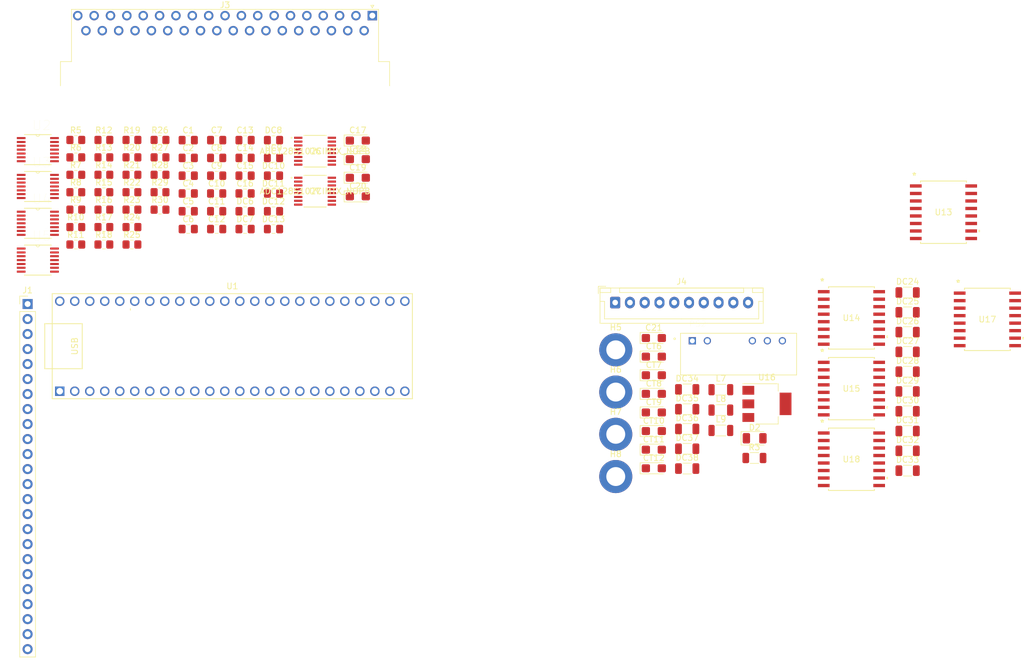
<source format=kicad_pcb>
(kicad_pcb (version 20221018) (generator pcbnew)
  (layers (0 "F.Cu" signal) (31 "B.Cu" signal) (34 "B.Paste" user) (35 "F.Paste" user) (36 "B.SilkS" user "B.Silkscreen") (37 "F.SilkS" user "F.Silkscreen") (38 "B.Mask" user) (39 "F.Mask" user) (44 "Edge.Cuts" user))
  (net 0 "")
  (net 1 "IN0")
  (net 2 "GNDA_ISO")
  (net 3 "1IN0")
  (net 4 "IN1")
  (net 5 "IN2")
  (net 6 "1IN1")
  (net 7 "1IN2")
  (net 8 "IN3")
  (net 9 "1IN3")
  (net 10 "IN5")
  (net 11 "IN6")
  (net 12 "IN7")
  (net 13 "1IN5")
  (net 14 "1IN6")
  (net 15 "1IN7")
  (net 16 "IN4")
  (net 17 "1IN4")
  (net 18 "+5VA_ISO")
  (net 19 "Net-(U6-VD)")
  (net 20 "GNDD_ISO")
  (net 21 "Net-(U7-VD)")
  (net 22 "5V_VCC")
  (net 23 "+5VD_ISO")
  (net 24 "-5VD_ISO")
  (net 25 "-5VA_ISO")
  (net 26 "3V3")
  (net 27 "P11")
  (net 28 "SS2")
  (net 29 "SS1")
  (net 30 "SS0")
  (net 31 "RS2")
  (net 32 "RS1")
  (net 33 "RS0")
  (net 34 "P10")
  (net 35 "GND")
  (net 36 "3V3D_LDO")
  (net 38 "P6")
  (net 39 "P5")
  (net 40 "P4")
  (net 41 "P3")
  (net 42 "P2")
  (net 43 "P1")
  (net 44 "GND_BATT")
  (net 45 "EX_BATT")
  (net 46 "ONOFF1")
  (net 47 "ONOFF2")
  (net 48 "TRIGGER")
  (net 49 "OUT_1")
  (net 50 "OUT_3")
  (net 51 "OUT_5")
  (net 52 "OUT_7")
  (net 53 "ENS2_ISO")
  (net 54 "ENS4_ISO")
  (net 55 "ENS6_ISO")
  (net 56 "ENS8_ISO")
  (net 57 "MS1_ISO")
  (net 58 "SS0_ISO")
  (net 59 "SS2_ISO")
  (net 60 "1OUT_0")
  (net 61 "1OUT_2")
  (net 62 "1OUT_4")
  (net 63 "1OUT_6")
  (net 65 "OUT_0")
  (net 66 "OUT_2")
  (net 67 "OUT_4")
  (net 68 "OUT_6")
  (net 69 "ENS1_ISO")
  (net 70 "ENS3_ISO")
  (net 71 "ENS5_ISO")
  (net 72 "ENS7_ISO")
  (net 73 "MS0_ISO")
  (net 74 "MS2_ISO")
  (net 75 "SS1_ISO")
  (net 76 "1OUT_1")
  (net 77 "1OUT_3")
  (net 78 "1OUT_5")
  (net 79 "1OUT_7")
  (net 81 "Net-(U2A--)")
  (net 82 "Net-(U3A--)")
  (net 83 "Net-(U2B--)")
  (net 84 "Net-(U2C--)")
  (net 85 "Net-(U3B--)")
  (net 86 "Net-(U3C--)")
  (net 87 "Net-(U2D--)")
  (net 88 "Net-(U3D--)")
  (net 89 "Net-(U5B--)")
  (net 90 "Net-(U5C--)")
  (net 91 "Net-(U5D--)")
  (net 92 "Net-(U4B--)")
  (net 93 "Net-(U4C--)")
  (net 94 "Net-(U4D--)")
  (net 95 "Net-(U5A--)")
  (net 96 "Net-(U4A--)")
  (net 97 "1_T_CLOCK")
  (net 98 "1_CLOCK")
  (net 99 "T_CLOCK")
  (net 100 "CLOCK")
  (net 101 "1_T_DOUT")
  (net 102 "1_DOUT")
  (net 103 "T_DOUT")
  (net 104 "DOUT")
  (net 105 "T_DIN")
  (net 106 "DIN")
  (net 107 "1_T_DIN")
  (net 108 "1_DIN")
  (net 109 "CS")
  (net 110 "REN")
  (net 114 "Net-(J1-Pin_15)")
  (net 126 "1_CS")
  (net 131 "SHIFTR_CLK")
  (net 132 "LATCH_CLK")
  (net 133 "SERIAL_IN")
  (net 134 "CS0")
  (net 135 "CS1")
  (net 136 "CS2")
  (net 140 "RS0_ISO")
  (net 141 "RS1_ISO")
  (net 142 "RS2_ISO")
  (net 143 "DOUT_ISO")
  (net 144 "DIN_ISO")
  (net 145 "CLOCK_ISO")
  (net 146 "CS_ISO")
  (net 150 "Net-(D2-A)")
  (net 151 "SCL")
  (net 152 "SDA")
  (net 153 "1_CLOCK_ISO")
  (net 154 "1_DOUT_ISO")
  (net 155 "1_DIN_ISO")
  (net 156 "1_CS_ISO")
  (net 157 "CS0_ISO")
  (net 158 "CS1_ISO")
  (net 159 "CS2_ISO")
  (net 163 "SERIAL_IN_ISO")
  (net 164 "LATCH_CLK_ISO")
  (net 165 "SHIFTR_CLK_ISO")
  (footprint "Inductor_SMD:L_1206_3216Metric" (layer "F.Cu") (at 188.295 108.275)
    (fp_text reference "L9" (at 0 -1.9) (layer "F.SilkS"))
    (fp_text value "10uH")
    (pad "1" smd roundrect (at -1.575 0) (size 1.05 1.9) (layers "F.Cu" "F.Paste" "F.Mask") (roundrect_rratio 0.238095) (net 24 "-5VD_ISO"))
    (pad "2" smd roundrect (at 1.575 0) (size 1.05 1.9) (layers "F.Cu" "F.Paste" "F.Mask") (roundrect_rratio 0.238095) (net 25 "-5VA_ISO"))
  )
  (footprint "Capacitor_Tantalum_SMD:CP_EIA-3216-18_Kemet-A" (layer "F.Cu") (at 126.845 68.65)
    (fp_text reference "C20" (at 0 -1.75) (layer "F.SilkS"))
    (fp_text value "10uF")
    (pad "1" smd roundrect (at -1.35 0) (size 1.4 1.35) (layers "F.Cu" "F.Paste" "F.Mask") (roundrect_rratio 0.185185) (net 21 "Net-(U7-VD)"))
    (pad "2" smd roundrect (at 1.35 0) (size 1.4 1.35) (layers "F.Cu" "F.Paste" "F.Mask") (roundrect_rratio 0.185185) (net 20 "GNDD_ISO"))
  )
  (footprint "Capacitor_SMD:C_0805_2012Metric_Pad1.18x1.45mm_HandSolder" (layer "F.Cu") (at 112.57 68.16)
    (fp_text reference "DC11" (at 0 -1.68) (layer "F.SilkS"))
    (fp_text value "100nF")
    (pad "1" smd roundrect (at -1.0375 0) (size 1.175 1.45) (layers "F.Cu" "F.Paste" "F.Mask") (roundrect_rratio 0.212766) (net 18 "+5VA_ISO"))
    (pad "2" smd roundrect (at 1.0375 0) (size 1.175 1.45) (layers "F.Cu" "F.Paste" "F.Mask") (roundrect_rratio 0.212766) (net 2 "GNDA_ISO"))
  )
  (footprint "Resistor_SMD:R_0805_2012Metric_Pad1.20x1.40mm_HandSolder" (layer "F.Cu") (at 83.86 73.85)
    (fp_text reference "R17" (at 0 -1.65) (layer "F.SilkS"))
    (fp_text value "100E")
    (pad "1" smd roundrect (at -1 0) (size 1.2 1.4) (layers "F.Cu" "F.Paste" "F.Mask") (roundrect_rratio 0.208333) (net 93 "Net-(U4C--)"))
    (pad "2" smd roundrect (at 1 0) (size 1.2 1.4) (layers "F.Cu" "F.Paste" "F.Mask") (roundrect_rratio 0.208333) (net 14 "1IN6"))
  )
  (footprint "Capacitor_SMD:C_0805_2012Metric_Pad1.18x1.45mm_HandSolder" (layer "F.Cu") (at 107.76 62.14)
    (fp_text reference "C14" (at 0 -1.68) (layer "F.SilkS"))
    (fp_text value "33nF")
    (pad "1" smd roundrect (at -1.0375 0) (size 1.175 1.45) (layers "F.Cu" "F.Paste" "F.Mask") (roundrect_rratio 0.212766) (net 15 "1IN7"))
    (pad "2" smd roundrect (at 1.0375 0) (size 1.175 1.45) (layers "F.Cu" "F.Paste" "F.Mask") (roundrect_rratio 0.212766) (net 2 "GNDA_ISO"))
  )
  (footprint "Capacitor_SMD:C_1206_3216Metric" (layer "F.Cu") (at 182.595 101.325)
    (fp_text reference "DC34" (at 0 -1.85) (layer "F.SilkS"))
    (fp_text value "100nF")
    (pad "1" smd roundrect (at -1.475 0) (size 1.15 1.8) (layers "F.Cu" "F.Paste" "F.Mask") (roundrect_rratio 0.217391) (net 22 "5V_VCC"))
    (pad "2" smd roundrect (at 1.475 0) (size 1.15 1.8) (layers "F.Cu" "F.Paste" "F.Mask") (roundrect_rratio 0.217391) (net 35 "GND"))
  )
  (footprint "Connector_JST:JST_XH_B10B-XH-A_1x10_P2.50mm_Vertical" (layer "F.Cu") (at 170.405 86.625)
    (fp_text reference "J4" (at 11.25 -3.55) (layer "F.SilkS"))
    (fp_text value "Conn_01x10")
    (pad "1" thru_hole roundrect (at 0 0) (size 1.7 1.95) (drill 0.95) (layers "*.Cu" "*.Mask") (roundrect_rratio 0.147059) (net 22 "5V_VCC"))
    (pad "2" thru_hole oval (at 2.5 0) (size 1.7 1.95) (drill 0.95) (layers "*.Cu" "*.Mask") (net 44 "GND_BATT"))
    (pad "3" thru_hole oval (at 5 0) (size 1.7 1.95) (drill 0.95) (layers "*.Cu" "*.Mask") (net 45 "EX_BATT"))
    (pad "4" thru_hole oval (at 7.5 0) (size 1.7 1.95) (drill 0.95) (layers "*.Cu" "*.Mask") (net 26 "3V3"))
    (pad "5" thru_hole oval (at 10 0) (size 1.7 1.95) (drill 0.95) (layers "*.Cu" "*.Mask") (net 46 "ONOFF1"))
    (pad "6" thru_hole oval (at 12.5 0) (size 1.7 1.95) (drill 0.95) (layers "*.Cu" "*.Mask") (net 47 "ONOFF2"))
    (pad "7" thru_hole oval (at 15 0) (size 1.7 1.95) (drill 0.95) (layers "*.Cu" "*.Mask") (net 48 "TRIGGER"))
    (pad "8" thru_hole oval (at 17.5 0) (size 1.7 1.95) (drill 0.95) (layers "*.Cu" "*.Mask") (net 151 "SCL"))
    (pad "9" thru_hole oval (at 20 0) (size 1.7 1.95) (drill 0.95) (layers "*.Cu" "*.Mask") (net 152 "SDA"))
    (pad "10" thru_hole oval (at 22.5 0) (size 1.7 1.95) (drill 0.95) (layers "*.Cu" "*.Mask") (net 35 "GND"))
  )
  (footprint "Connector_Dsub:DSUB-37_Female_Horizontal_P2.77x2.54mm_EdgePinOffset9.40mm" (layer "F.Cu") (at 129.3 38.059338)
    (fp_text reference "J3" (at -24.93 -1.8) (layer "F.SilkS"))
    (fp_text value "DC37_Receptacle")
    (pad "1" thru_hole rect (at 0 0) (size 1.6 1.6) (drill 1) (layers "*.Cu" "*.Mask") (net 18 "+5VA_ISO"))
    (pad "2" thru_hole circle (at -2.77 0) (size 1.6 1.6) (drill 1) (layers "*.Cu" "*.Mask") (net 25 "-5VA_ISO"))
    (pad "3" thru_hole circle (at -5.54 0) (size 1.6 1.6) (drill 1) (layers "*.Cu" "*.Mask") (net 49 "OUT_1"))
    (pad "4" thru_hole circle (at -8.31 0) (size 1.6 1.6) (drill 1) (layers "*.Cu" "*.Mask") (net 50 "OUT_3"))
    (pad "5" thru_hole circle (at -11.08 0) (size 1.6 1.6) (drill 1) (layers "*.Cu" "*.Mask") (net 51 "OUT_5"))
    (pad "6" thru_hole circle (at -13.85 0) (size 1.6 1.6) (drill 1) (layers "*.Cu" "*.Mask") (net 52 "OUT_7"))
    (pad "7" thru_hole circle (at -16.62 0) (size 1.6 1.6) (drill 1) (layers "*.Cu" "*.Mask") (net 53 "ENS2_ISO"))
    (pad "8" thru_hole circle (at -19.39 0) (size 1.6 1.6) (drill 1) (layers "*.Cu" "*.Mask") (net 54 "ENS4_ISO"))
    (pad "9" thru_hole circle (at -22.16 0) (size 1.6 1.6) (drill 1) (layers "*.Cu" "*.Mask") (net 55 "ENS6_ISO"))
    (pad "10" thru_hole circle (at -24.93 0) (size 1.6 1.6) (drill 1) (layers "*.Cu" "*.Mask") (net 56 "ENS8_ISO"))
    (pad "11" thru_hole circle (at -27.7 0) (size 1.6 1.6) (drill 1) (layers "*.Cu" "*.Mask") (net 57 "MS1_ISO"))
    (pad "12" thru_hole circle (at -30.47 0) (size 1.6 1.6) (drill 1) (layers "*.Cu" "*.Mask") (net 58 "SS0_ISO"))
    (pad "13" thru_hole circle (at -33.24 0) (size 1.6 1.6) (drill 1) (layers "*.Cu" "*.Mask") (net 59 "SS2_ISO"))
    (pad "14" thru_hole circle (at -36.01 0) (size 1.6 1.6) (drill 1) (layers "*.Cu" "*.Mask") (net 32 "RS1"))
    (pad "15" thru_hole circle (at -38.78 0) (size 1.6 1.6) (drill 1) (layers "*.Cu" "*.Mask") (net 60 "1OUT_0"))
    (pad "16" thru_hole circle (at -41.55 0) (size 1.6 1.6) (drill 1) (layers "*.Cu" "*.Mask") (net 61 "1OUT_2"))
    (pad "17" thru_hole circle (at -44.32 0) (size 1.6 1.6) (drill 1) (layers "*.Cu" "*.Mask") (net 62 "1OUT_4"))
    (pad "18" thru_hole circle (at -47.09 0) (size 1.6 1.6) (drill 1) (layers "*.Cu" "*.Mask") (net 63 "1OUT_6"))
    (pad "19" thru_hole circle (at -49.86 0) (size 1.6 1.6) (drill 1) (layers "*.Cu" "*.Mask"))
    (pad "20" thru_hole circle (at -1.385 2.54) (size 1.6 1.6) (drill 1) (layers "*.Cu" "*.Mask") (net 2 "GNDA_ISO"))
    (pad "21" thru_hole circle (at -4.155 2.54) (size 1.6 1.6) (drill 1) (layers "*.Cu" "*.Mask") (net 65 "OUT_0"))
    (pad "22" thru_hole circle (at -6.925 2.54) (size 1.6 1.6) (drill 1) (layers "*.Cu" "*.Mask") (net 66 "OUT_2"))
    (pad "23" thru_hole circle (at -9.695 2.54) (size 1.6 1.6) (drill 1) (layers "*.Cu" "*.Mask") (net 67 "OUT_4"))
    (pad "24" thru_hole circle (at -12.465 2.54) (size 1.6 1.6) (drill 1) (layers "*.Cu" "*.Mask") (net 68 "OUT_6"))
    (pad "25" thru_hole circle (at -15.235 2.54) (size 1.6 1.6) (drill 1) (layers "*.Cu" "*.Mask") (net 69 "ENS1_ISO"))
    (pad "26" thru_hole circle (at -18.005 2.54) (size 1.6 1.6) (drill 1) (layers "*.Cu" "*.Mask") (net 70 "ENS3_ISO"))
    (pad "27" thru_hole circle (at -20.775 2.54) (size 1.6 1.6) (drill 1) (layers "*.Cu" "*.Mask") (net 71 "ENS5_ISO"))
    (pad "28" thru_hole circle (at -23.545 2.54) (size 1.6 1.6) (drill 1) (layers "*.Cu" "*.Mask") (net 72 "ENS7_ISO"))
    (pad "29" thru_hole circle (at -26.315 2.54) (size 1.6 1.6) (drill 1) (layers "*.Cu" "*.Mask") (net 73 "MS0_ISO"))
    (pad "30" thru_hole circle (at -29.085 2.54) (size 1.6 1.6) (drill 1) (layers "*.Cu" "*.Mask") (net 74 "MS2_ISO"))
    (pad "31" thru_hole circle (at -31.855 2.54) (size 1.6 1.6) (drill 1) (layers "*.Cu" "*.Mask") (net 75 "SS1_ISO"))
    (pad "32" thru_hole circle (at -34.625 2.54) (size 1.6 1.6) (drill 1) (layers "*.Cu" "*.Mask") (net 33 "RS0"))
    (pad "33" thru_hole circle (at -37.395 2.54) (size 1.6 1.6) (drill 1) (layers "*.Cu" "*.Mask") (net 31 "RS2"))
    (pad "34" thru_hole circle (at -40.165 2.54) (size 1.6 1.6) (drill 1) (layers "*.Cu" "*.Mask") (net 76 "1OUT_1"))
    (pad "35" thru_hole circle (at -42.935 2.54) (size 1.6 1.6) (drill 1) (layers "*.Cu" "*.Mask") (net 77 "1OUT_3"))
    (pad "36" thru_hole circle (at -45.705 2.54) (size 1.6 1.6) (drill 1) (layers "*.Cu" "*.Mask") (net 78 "1OUT_5"))
    (pad "37" thru_hole circle (at -48.475 2.54) (size 1.6 1.6) (drill 1) (layers "*.Cu" "*.Mask") (net 79 "1OUT_7"))
  )
  (footprint "Capacitor_SMD:C_1206_3216Metric" (layer "F.Cu") (at 219.905 108.375)
    (fp_text reference "DC31" (at 0 -1.85) (layer "F.SilkS"))
    (fp_text value "100nF")
    (pad "1" smd roundrect (at -1.475 0) (size 1.15 1.8) (layers "F.Cu" "F.Paste" "F.Mask") (roundrect_rratio 0.217391) (net 36 "3V3D_LDO"))
    (pad "2" smd roundrect (at 1.475 0) (size 1.15 1.8) (layers "F.Cu" "F.Paste" "F.Mask") (roundrect_rratio 0.217391) (net 20 "GNDD_ISO"))
  )
  (footprint "Capacitor_SMD:C_0805_2012Metric_Pad1.18x1.45mm_HandSolder" (layer "F.Cu") (at 107.76 59.13)
    (fp_text reference "C13" (at 0 -1.68) (layer "F.SilkS"))
    (fp_text value "33nF")
    (pad "1" smd roundrect (at -1.0375 0) (size 1.175 1.45) (layers "F.Cu" "F.Paste" "F.Mask") (roundrect_rratio 0.212766) (net 14 "1IN6"))
    (pad "2" smd roundrect (at 1.0375 0) (size 1.175 1.45) (layers "F.Cu" "F.Paste" "F.Mask") (roundrect_rratio 0.212766) (net 2 "GNDA_ISO"))
  )
  (footprint "Capacitor_SMD:C_0805_2012Metric_Pad1.18x1.45mm_HandSolder" (layer "F.Cu") (at 107.76 65.15)
    (fp_text reference "C15" (at 0 -1.68) (layer "F.SilkS"))
    (fp_text value "33nF")
    (pad "1" smd roundrect (at -1.0375 0) (size 1.175 1.45) (layers "F.Cu" "F.Paste" "F.Mask") (roundrect_rratio 0.212766) (net 16 "IN4"))
    (pad "2" smd roundrect (at 1.0375 0) (size 1.175 1.45) (layers "F.Cu" "F.Paste" "F.Mask") (roundrect_rratio 0.212766) (net 2 "GNDA_ISO"))
  )
  (footprint "Resistor_SMD:R_0805_2012Metric_Pad1.20x1.40mm_HandSolder" (layer "F.Cu") (at 79.11 59.1)
    (fp_text reference "R5" (at 0 -1.65) (layer "F.SilkS"))
    (fp_text value "100E")
    (pad "1" smd roundrect (at -1 0) (size 1.2 1.4) (layers "F.Cu" "F.Paste" "F.Mask") (roundrect_rratio 0.208333) (net 81 "Net-(U2A--)"))
    (pad "2" smd roundrect (at 1 0) (size 1.2 1.4) (layers "F.Cu" "F.Paste" "F.Mask") (roundrect_rratio 0.208333) (net 1 "IN0"))
  )
  (footprint "Resistor_SMD:R_0805_2012Metric_Pad1.20x1.40mm_HandSolder" (layer "F.Cu") (at 79.11 67.95)
    (fp_text reference "R8" (at 0 -1.65) (layer "F.SilkS"))
    (fp_text value "100E")
    (pad "1" smd roundrect (at -1 0) (size 1.2 1.4) (layers "F.Cu" "F.Paste" "F.Mask") (roundrect_rratio 0.208333) (net 84 "Net-(U2C--)"))
    (pad "2" smd roundrect (at 1 0) (size 1.2 1.4) (layers "F.Cu" "F.Paste" "F.Mask") (roundrect_rratio 0.208333) (net 5 "IN2"))
  )
  (footprint "Capacitor_SMD:C_1206_3216Metric" (layer "F.Cu") (at 182.595 111.375)
    (fp_text reference "DC37" (at 0 -1.85) (layer "F.SilkS"))
    (fp_text value "100nF")
    (pad "1" smd roundrect (at -1.475 0) (size 1.15 1.8) (layers "F.Cu" "F.Paste" "F.Mask") (roundrect_rratio 0.217391) (net 18 "+5VA_ISO"))
    (pad "2" smd roundrect (at 1.475 0) (size 1.15 1.8) (layers "F.Cu" "F.Paste" "F.Mask") (roundrect_rratio 0.217391) (net 2 "GNDA_ISO"))
  )
  (footprint "footprints_iso:RW_16_ADI" (layer "F.Cu") (at 233.41 89.475)
    (fp_text reference "U17" (at 0 0 unlocked) (layer "F.SilkS"))
    (fp_text value "ADUM241E1BRIZ")
    (fp_text user "*" (at -4.944001 -6.1488 unlocked) (layer "F.SilkS"))
    (fp_text user "*" (at -4.944001 -6.1488) (layer "F.SilkS"))
    (pad "1" smd rect (at -4.690001 -4.445) (size 1.9812 0.5608) (layers "F.Cu" "F.Paste" "F.Mask") (net 26 "3V3"))
    (pad "2" smd rect (at -4.690001 -3.175) (size 1.9812 0.5608) (layers "F.Cu" "F.Paste" "F.Mask") (net 35 "GND"))
    (pad "3" smd rect (at -4.690001 -1.905) (size 1.9812 0.5608) (layers "F.Cu" "F.Paste" "F.Mask") (net 126 "1_CS"))
    (pad "4" smd rect (at -4.690001 -0.635) (size 1.9812 0.5608) (layers "F.Cu" "F.Paste" "F.Mask") (net 98 "1_CLOCK"))
    (pad "5" smd rect (at -4.690001 0.635) (size 1.9812 0.5608) (layers "F.Cu" "F.Paste" "F.Mask") (net 108 "1_DIN"))
    (pad "6" smd rect (at -4.690001 1.905) (size 1.9812 0.5608) (layers "F.Cu" "F.Paste" "F.Mask") (net 102 "1_DOUT"))
    (pad "7" smd rect (at -4.690001 3.175) (size 1.9812 0.5608) (layers "F.Cu" "F.Paste" "F.Mask") (net 26 "3V3"))
    (pad "8" smd rect (at -4.690001 4.445) (size 1.9812 0.5608) (layers "F.Cu" "F.Paste" "F.Mask") (net 35 "GND"))
    (pad "9" smd rect (at 4.690001 4.445) (size 1.9812 0.5608) (layers "F.Cu" "F.Paste" "F.Mask") (net 20 "GNDD_ISO"))
    (pad "10" smd rect (at 4.690001 3.175) (size 1.9812 0.5608) (layers "F.Cu" "F.Paste" "F.Mask") (net 36 "3V3D_LDO"))
    (pad "11" smd rect (at 4.690001 1.905) (size 1.9812 0.5608) (layers "F.Cu" "F.Paste" "F.Mask") (net 154 "1_DOUT_ISO"))
    (pad "12" smd rect (at 4.690001 0.635) (size 1.9812 0.5608) (layers "F.Cu" "F.Paste" "F.Mask") (net 155 "1_DIN_ISO"))
    (pad "13" smd rect (at 4.690001 -0.635) (size 1.9812 0.5608) (layers "F.Cu" "F.Paste" "F.Mask") (net 153 "1_CLOCK_ISO"))
    (pad "14" smd rect (at 4.690001 -1.905) (size 1.9812 0.5608) (layers "F.Cu" "F.Paste" "F.Mask") (net 156 "1_CS_ISO"))
    (pad "15" smd rect (at 4.690001 -3.175) (size 1.9812 0.5608) (layers "F.Cu" "F.Paste" "F.Mask") (net 20 "GNDD_ISO"))
    (pad "16" smd rect (at 4.690001 -4.445) (size 1.9812 0.5608) (layers "F.Cu" "F.Paste" "F.Mask") (net 36 "3V3D_LDO"))
  )
  (footprint "Capacitor_SMD:C_1206_3216Metric" (layer "F.Cu") (at 219.905 111.725)
    (fp_text reference "DC32" (at 0 -1.85) (layer "F.SilkS"))
    (fp_text value "100nF")
    (pad "1" smd roundrect (at -1.475 0) (size 1.15 1.8) (layers "F.Cu" "F.Paste" "F.Mask") (roundrect_rratio 0.217391) (net 35 "GND"))
    (pad "2" smd roundrect (at 1.475 0) (size 1.15 1.8) (layers "F.Cu" "F.Paste" "F.Mask") (roundrect_rratio 0.217391) (net 26 "3V3"))
  )
  (footprint "Capacitor_SMD:C_0805_2012Metric_Pad1.18x1.45mm_HandSolder" (layer "F.Cu") (at 98.14 62.14)
    (fp_text reference "C2" (at 0 -1.68) (layer "F.SilkS"))
    (fp_text value "33nF")
    (pad "1" smd roundrect (at -1.0375 0) (size 1.175 1.45) (layers "F.Cu" "F.Paste" "F.Mask") (roundrect_rratio 0.212766) (net 3 "1IN0"))
    (pad "2" smd roundrect (at 1.0375 0) (size 1.175 1.45) (layers "F.Cu" "F.Paste" "F.Mask") (roundrect_rratio 0.212766) (net 2 "GNDA_ISO"))
  )
  (footprint "Resistor_SMD:R_0805_2012Metric_Pad1.20x1.40mm_HandSolder" (layer "F.Cu") (at 93.36 59.1)
    (fp_text reference "R26" (at 0 -1.65) (layer "F.SilkS"))
    (fp_text value "22R")
    (pad "1" smd roundrect (at -1 0) (size 1.2 1.4) (layers "F.Cu" "F.Paste" "F.Mask") (roundrect_rratio 0.208333) (net 107 "1_T_DIN"))
    (pad "2" smd roundrect (at 1 0) (size 1.2 1.4) (layers "F.Cu" "F.Paste" "F.Mask") (roundrect_rratio 0.208333) (net 155 "1_DIN_ISO"))
  )
  (footprint "Capacitor_Tantalum_SMD:CP_EIA-3216-18_Kemet-A" (layer "F.Cu") (at 126.845 62.35)
    (fp_text reference "C18" (at 0 -1.75) (layer "F.SilkS"))
    (fp_text value "10uF")
    (pad "1" smd roundrect (at -1.35 0) (size 1.4 1.35) (layers "F.Cu" "F.Paste" "F.Mask") (roundrect_rratio 0.185185) (net 18 "+5VA_ISO"))
    (pad "2" smd roundrect (at 1.35 0) (size 1.4 1.35) (layers "F.Cu" "F.Paste" "F.Mask") (roundrect_rratio 0.185185) (net 2 "GNDA_ISO"))
  )
  (footprint "MCP604T-I_ST:SOP65P640X120-14N" (layer "F.Cu") (at 72.681 60.7412)
    (fp_text reference "U2" (at 0.63573 -4.09407) (layer "F.SilkS") (effects (font (size 1.641874 1.641874) (thickness 0.015))))
    (fp_text value "MCP604")
    (pad "1" smd rect (at -2.8194 -1.9558) (size 1.4732 0.3556) (layers "F.Cu" "F.Paste" "F.Mask") (net 81 "Net-(U2A--)"))
    (pad "2" smd rect (at -2.8194 -1.2954) (size 1.4732 0.3556) (layers "F.Cu" "F.Paste" "F.Mask") (net 81 "Net-(U2A--)"))
    (pad "3" smd rect (at -2.8194 -0.6604) (size 1.4732 0.3556) (layers "F.Cu" "F.Paste" "F.Mask") (net 65 "OUT_0"))
    (pad "4" smd rect (at -2.8194 0) (size 1.4732 0.3556) (layers "F.Cu" "F.Paste" "F.Mask") (net 18 "+5VA_ISO"))
    (pad "5" smd rect (at -2.8194 0.6604) (size 1.4732 0.3556) (layers "F.Cu" "F.Paste" "F.Mask") (net 49 "OUT_1"))
    (pad "6" smd rect (at -2.8194 1.2954) (size 1.4732 0.3556) (layers "F.Cu" "F.Paste" "F.Mask") (net 83 "Net-(U2B--)"))
    (pad "7" smd rect (at -2.8194 1.9558) (size 1.4732 0.3556) (layers "F.Cu" "F.Paste" "F.Mask") (net 83 "Net-(U2B--)"))
    (pad "8" smd rect (at 2.8194 1.9558) (size 1.4732 0.3556) (layers "F.Cu" "F.Paste" "F.Mask") (net 84 "Net-(U2C--)"))
    (pad "9" smd rect (at 2.8194 1.2954) (size 1.4732 0.3556) (layers "F.Cu" "F.Paste" "F.Mask") (net 84 "Net-(U2C--)"))
    (pad "10" smd rect (at 2.8194 0.6604) (size 1.4732 0.3556) (layers "F.Cu" "F.Paste" "F.Mask") (net 66 "OUT_2"))
    (pad "11" smd rect (at 2.8194 0) (size 1.4732 0.3556) (layers "F.Cu" "F.Paste" "F.Mask") (net 2 "GNDA_ISO"))
    (pad "12" smd rect (at 2.8194 -0.6604) (size 1.4732 0.3556) (layers "F.Cu" "F.Paste" "F.Mask") (net 50 "OUT_3"))
    (pad "13" smd rect (at 2.8194 -1.2954) (size 1.4732 0.3556) (layers "F.Cu" "F.Paste" "F.Mask") (net 87 "Net-(U2D--)"))
    (pad "14" smd rect (at 2.8194 -1.9558) (size 1.4732 0.3556) (layers "F.Cu" "F.Paste" "F.Mask") (net 87 "Net-(U2D--)"))
  )
  (footprint "footprints_iso:RW_16_ADI" (layer "F.Cu") (at 225.980001 71.335)
    (fp_text reference "U13" (at 0 0 unlocked) (layer "F.SilkS"))
    (fp_text value "ADUM240E0BRWZ")
    (fp_text user "*" (at -4.944001 -6.1488) (layer "F.SilkS"))
    (fp_text user "*" (at -4.944001 -6.1488 unlocked) (layer "F.SilkS"))
    (pad "1" smd rect (at -4.690001 -4.445) (size 1.9812 0.5608) (layers "F.Cu" "F.Paste" "F.Mask") (net 26 "3V3"))
    (pad "2" smd rect (at -4.690001 -3.175) (size 1.9812 0.5608) (layers "F.Cu" "F.Paste" "F.Mask") (net 35 "GND"))
    (pad "3" smd rect (at -4.690001 -1.905) (size 1.9812 0.5608) (layers "F.Cu" "F.Paste" "F.Mask") (net 136 "CS2"))
    (pad "4" smd rect (at -4.690001 -0.635) (size 1.9812 0.5608) (layers "F.Cu" "F.Paste" "F.Mask") (net 135 "CS1"))
    (pad "5" smd rect (at -4.690001 0.635) (size 1.9812 0.5608) (layers "F.Cu" "F.Paste" "F.Mask") (net 134 "CS0"))
    (pad "6" smd rect (at -4.690001 1.905) (size 1.9812 0.5608) (layers "F.Cu" "F.Paste" "F.Mask"))
    (pad "7" smd rect (at -4.690001 3.175) (size 1.9812 0.5608) (layers "F.Cu" "F.Paste" "F.Mask"))
    (pad "8" smd rect (at -4.690001 4.445) (size 1.9812 0.5608) (layers "F.Cu" "F.Paste" "F.Mask") (net 35 "GND"))
    (pad "9" smd rect (at 4.690001 4.445) (size 1.9812 0.5608) (layers "F.Cu" "F.Paste" "F.Mask") (net 20 "GNDD_ISO"))
    (pad "10" smd rect (at 4.690001 3.175) (size 1.9812 0.5608) (layers "F.Cu" "F.Paste" "F.Mask") (net 36 "3V3D_LDO"))
    (pad "11" smd rect (at 4.690001 1.905) (size 1.9812 0.5608) (layers "F.Cu" "F.Paste" "F.Mask"))
    (pad "12" smd rect (at 4.690001 0.635) (size 1.9812 0.5608) (layers "F.Cu" "F.Paste" "F.Mask") (net 157 "CS0_ISO"))
    (pad "13" smd rect (at 4.690001 -0.635) (size 1.9812 0.5608) (layers "F.Cu" "F.Paste" "F.Mask") (net 158 "CS1_ISO"))
    (pad "14" smd rect (at 4.690001 -1.905) (size 1.9812 0.5608) (layers "F.Cu" "F.Paste" "F.Mask") (net 159 "CS2_ISO"))
    (pad "15" smd rect (at 4.690001 -3.175) (size 1.9812 0.5608) (layers "F.Cu" "F.Paste" "F.Mask") (net 20 "GNDD_ISO"))
    (pad "16" smd rect (at 4.690001 -4.445) (size 1.9812 0.5608) (layers "F.Cu" "F.Paste" "F.Mask") (net 36 "3V3D_LDO"))
  )
  (footprint "Capacitor_SMD:C_1206_3216Metric" (layer "F.Cu") (at 182.595 104.675)
    (fp_text reference "DC35" (at 0 -1.85) (layer "F.SilkS"))
    (fp_text value "100nF")
    (pad "1" smd roundrect (at -1.475 0) (size 1.15 1.8) (layers "F.Cu" "F.Paste" "F.Mask") (roundrect_rratio 0.217391) (net 23 "+5VD_ISO"))
    (pad "2" smd roundrect (at 1.475 0) (size 1.15 1.8) (layers "F.Cu" "F.Paste" "F.Mask") (roundrect_rratio 0.217391) (net 20 "GNDD_ISO"))
  )
  (footprint "Capacitor_SMD:C_1206_3216Metric" (layer "F.Cu") (at 219.905 91.625)
    (fp_text reference "DC26" (at 0 -1.85) (layer "F.SilkS"))
    (fp_text value "100nF")
    (pad "1" smd roundrect (at -1.475 0) (size 1.15 1.8) (layers "F.Cu" "F.Paste" "F.Mask") (roundrect_rratio 0.217391) (net 26 "3V3"))
    (pad "2" smd roundrect (at 1.475 0) (size 1.15 1.8) (layers "F.Cu" "F.Paste" "F.Mask") (roundrect_rratio 0.217391) (net 35 "GND"))
  )
  (footprint "footprints_iso:RW_16_ADI" (layer "F.Cu") (at 210.400801 101.1906)
    (fp_text reference "U15" (at 0 0 unlocked) (layer "F.SilkS"))
    (fp_text value "ADUM241E1BRIZ")
    (fp_text user "*" (at -4.944001 -6.1488) (layer "F.SilkS"))
    (fp_text user "*" (at -4.944001 -6.1488 unlocked) (layer "F.SilkS"))
    (pad "1" smd rect (at -4.690001 -4.445) (size 1.9812 0.5608) (layers "F.Cu" "F.Paste" "F.Mask") (net 26 "3V3"))
    (pad "2" smd rect (at -4.690001 -3.175) (size 1.9812 0.5608) (layers "F.Cu" "F.Paste" "F.Mask") (net 35 "GND"))
    (pad "3" smd rect (at -4.690001 -1.905) (size 1.9812 0.5608) (layers "F.Cu" "F.Paste" "F.Mask") (net 109 "CS"))
    (pad "4" smd rect (at -4.690001 -0.635) (size 1.9812 0.5608) (layers "F.Cu" "F.Paste" "F.Mask") (net 100 "CLOCK"))
    (pad "5" smd rect (at -4.690001 0.635) (size 1.9812 0.5608) (layers "F.Cu" "F.Paste" "F.Mask") (net 106 "DIN"))
    (pad "6" smd rect (at -4.690001 1.905) (size 1.9812 0.5608) (layers "F.Cu" "F.Paste" "F.Mask") (net 104 "DOUT"))
    (pad "7" smd rect (at -4.690001 3.175) (size 1.9812 0.5608) (layers "F.Cu" "F.Paste" "F.Mask") (net 26 "3V3"))
    (pad "8" smd rect (at -4.690001 4.445) (size 1.9812 0.5608) (layers "F.Cu" "F.Paste" "F.Mask") (net 35 "GND"))
    (pad "9" smd rect (at 4.690001 4.445) (size 1.9812 0.5608) (layers "F.Cu" "F.Paste" "F.Mask") (net 20 "GNDD_ISO"))
    (pad "10" smd rect (at 4.690001 3.175) (size 1.9812 0.5608) (layers "F.Cu" "F.Paste" "F.Mask") (net 36 "3V3D_LDO"))
    (pad "11" smd rect (at 4.690001 1.905) (size 1.9812 0.5608) (layers "F.Cu" "F.Paste" "F.Mask") (net 143 "DOUT_ISO"))
    (pad "12" smd rect (at 4.690001 0.635) (size 1.9812 0.5608) (layers "F.Cu" "F.Paste" "F.Mask") (net 144 "DIN_ISO"))
    (pad "13" smd rect (at 4.690001 -0.635) (size 1.9812 0.5608) (layers "F.Cu" "F.Paste" "F.Mask") (net 145 "CLOCK_ISO"))
    (pad "14" smd rect (at 4.690001 -1.905) (size 1.9812 0.5608) (layers "F.Cu" "F.Paste" "F.Mask") (net 146 "CS_ISO"))
    (pad "15" smd rect (at 4.690001 -3.175) (size 1.9812 0.5608) (layers "F.Cu" "F.Paste" "F.Mask") (net 20 "GNDD_ISO"))
    (pad "16" smd rect (at 4.690001 -4.445) (size 1.9812 0.5608) (layers "F.Cu" "F.Paste" "F.Mask") (net 36 "3V3D_LDO"))
  )
  (footprint "footprints_iso:RW_16_ADI" (layer "F.Cu") (at 210.400801 89.2302)
    (fp_text reference "U14" (at 0 0 unlocked) (layer "F.SilkS"))
    (fp_text value "ADUM240E0BRWZ")
    (fp_text user "*" (at -4.944001 -6.1488 unlocked) (layer "F.SilkS"))
    (fp_text user "*" (at -4.944001 -6.1488) (layer "F.SilkS"))
    (pad "1" smd rect (at -4.690001 -4.445) (size 1.9812 0.5608) (layers "F.Cu" "F.Paste" "F.Mask") (net 26 "3V3"))
    (pad "2" smd rect (at -4.690001 -3.175) (size 1.9812 0.5608) (layers "F.Cu" "F.Paste" "F.Mask") (net 35 "GND"))
    (pad "3" smd rect (at -4.690001 -1.905) (size 1.9812 0.5608) (layers "F.Cu" "F.Paste" "F.Mask") (net 131 "SHIFTR_CLK"))
    (pad "4" smd rect (at -4.690001 -0.635) (size 1.9812 0.5608) (layers "F.Cu" "F.Paste" "F.Mask") (net 132 "LATCH_CLK"))
    (pad "5" smd rect (at -4.690001 0.635) (size 1.9812 0.5608) (layers "F.Cu" "F.Paste" "F.Mask") (net 133 "SERIAL_IN"))
    (pad "6" smd rect (at -4.690001 1.905) (size 1.9812 0.5608) (layers "F.Cu" "F.Paste" "F.Mask"))
    (pad "7" smd rect (at -4.690001 3.175) (size 1.9812 0.5608) (layers "F.Cu" "F.Paste" "F.Mask"))
    (pad "8" smd rect (at -4.690001 4.445) (size 1.9812 0.5608) (layers "F.Cu" "F.Paste" "F.Mask") (net 35 "GND"))
    (pad "9" smd rect (at 4.690001 4.445) (size 1.9812 0.5608) (layers "F.Cu" "F.Paste" "F.Mask") (net 20 "GNDD_ISO"))
    (pad "10" smd rect (at 4.690001 3.175) (size 1.9812 0.5608) (layers "F.Cu" "F.Paste" "F.Mask") (net 36 "3V3D_LDO"))
    (pad "11" smd rect (at 4.690001 1.905) (size 1.9812 0.5608) (layers "F.Cu" "F.Paste" "F.Mask"))
    (pad "12" smd rect (at 4.690001 0.635) (size 1.9812 0.5608) (layers "F.Cu" "F.Paste" "F.Mask") (net 163 "SERIAL_IN_ISO"))
    (pad "13" smd rect (at 4.690001 -0.635) (size 1.9812 0.5608) (layers "F.Cu" "F.Paste" "F.Mask") (net 164 "LATCH_CLK_ISO"))
    (pad "14" smd rect (at 4.690001 -1.905) (size 1.9812 0.5608) (layers "F.Cu" "F.Paste" "F.Mask") (net 165 "SHIFTR_CLK_ISO"))
    (pad "15" smd rect (at 4.690001 -3.175) (size 1.9812 0.5608) (layers "F.Cu" "F.Paste" "F.Mask") (net 20 "GNDD_ISO"))
    (pad "16" smd rect (at 4.690001 -4.445) (size 1.9812 0.5608) (layers "F.Cu" "F.Paste" "F.Mask") (net 36 "3V3D_LDO"))
  )
  (footprint "Capacitor_SMD:C_0805_2012Metric_Pad1.18x1.45mm_HandSolder" (layer "F.Cu") (at 102.95 71.17)
    (fp_text reference "C11" (at 0 -1.68) (layer "F.SilkS"))
    (fp_text value "33nF")
    (pad "1" smd roundrect (at -1.0375 0) (size 1.175 1.45) (layers "F.Cu" "F.Paste" "F.Mask") (roundrect_rratio 0.212766) (net 12 "IN7"))
    (pad "2" smd roundrect (at 1.0375 0) (size 1.175 1.45) (layers "F.Cu" "F.Paste" "F.Mask") (roundrect_rratio 0.212766) (net 2 "GNDA_ISO"))
  )
  (footprint "Resistor_SMD:R_0805_2012Metric_Pad1.20x1.40mm_HandSolder" (layer "F.Cu") (at 79.11 70.9)
    (fp_text reference "R9" (at 0 -1.65) (layer "F.SilkS"))
    (fp_text value "100E")
    (pad "1" smd roundrect (at -1 0) (size 1.2 1.4) (layers "F.Cu" "F.Paste" "F.Mask") (roundrect_rratio 0.208333) (net 85 "Net-(U3B--)"))
    (pad "2" smd roundrect (at 1 0) (size 1.2 1.4) (layers "F.Cu" "F.Paste" "F.Mask") (roundrect_rratio 0.208333) (net 6 "1IN1"))
  )
  (footprint "MountingHole:MountingHole_3.2mm_M3_DIN965_Pad" (layer "F.Cu") (at 170.505 101.775)
    (fp_text reference "H6" (at 0 -3.8) (layer "F.SilkS"))
    (fp_text value "MountingHole")
    (pad "1" thru_hole circle (at 0 0) (size 5.6 5.6) (drill 3.2) (layers "*.Cu" "*.Mask"))
  )
  (footprint "Capacitor_Tantalum_SMD:CP_EIA-3216-18_Kemet-A" (layer "F.Cu") (at 176.95 108.375)
    (fp_text reference "CT10" (at 0 -1.75) (layer "F.SilkS"))
    (fp_text value "10uF")
    (pad "1" smd roundrect (at -1.35 0) (size 1.4 1.35) (layers "F.Cu" "F.Paste" "F.Mask") (roundrect_rratio 0.185185) (net 2 "GNDA_ISO"))
    (pad "2" smd roundrect (at 1.35 0) (size 1.4 1.35) (layers "F.Cu" "F.Paste" "F.Mask") (roundrect_rratio 0.185185) (net 25 "-5VA_ISO"))
  )
  (footprint "Resistor_SMD:R_0805_2012Metric_Pad1.20x1.40mm_HandSolder" (layer "F.Cu") (at 83.86 67.95)
    (fp_text reference "R15" (at 0 -1.65) (layer "F.SilkS"))
    (fp_text value "100E")
    (pad "1" smd roundrect (at -1 0) (size 1.2 1.4) (layers "F.Cu" "F.Paste" "F.Mask") (roundrect_rratio 0.208333) (net 91 "Net-(U5D--)"))
    (pad "2" smd roundrect (at 1 0) (size 1.2 1.4) (layers "F.Cu" "F.Paste" "F.Mask") (roundrect_rratio 0.208333) (net 12 "IN7"))
  )
  (footprint "Resistor_SMD:R_0805_2012Metric_Pad1.20x1.40mm_HandSolder" (layer "F.Cu") (at 79.11 65)
    (fp_text reference "R7" (at 0 -1.65) (layer "F.SilkS"))
    (fp_text value "100E")
    (pad "1" smd roundrect (at -1 0) (size 1.2 1.4) (layers "F.Cu" "F.Paste" "F.Mask") (roundrect_rratio 0.208333) (net 83 "Net-(U2B--)"))
    (pad "2" smd roundrect (at 1 0) (size 1.2 1.4) (layers "F.Cu" "F.Paste" "F.Mask") (roundrect_rratio 0.208333) (net 4 "IN1"))
  )
  (footprint "Capacitor_SMD:C_0805_2012Metric_Pad1.18x1.45mm_HandSolder" (layer "F.Cu") (at 112.57 62.14)
    (fp_text reference "DC9" (at 0 -1.68) (layer "F.SilkS"))
    (fp_text value "100nF")
    (pad "1" smd roundrect (at -1.0375 0) (size 1.175 1.45) (layers "F.Cu" "F.Paste" "F.Mask") (roundrect_rratio 0.212766) (net 2 "GNDA_ISO"))
    (pad "2" smd roundrect (at 1.0375 0) (size 1.175 1.45) (layers "F.Cu" "F.Paste" "F.Mask") (roundrect_rratio 0.212766) (net 18 "+5VA_ISO"))
  )
  (footprint "Resistor_SMD:R_1206_3216Metric" (layer "F.Cu") (at 193.975 112.935)
    (fp_text reference "R3" (at 0 -1.82) (layer "F.SilkS"))
    (fp_text value "1k")
    (pad "1" smd roundrect (at -1.4625 0) (size 1.125 1.75) (layers "F.Cu" "F.Paste" "F.Mask") (roundrect_rratio 0.222222) (net 150 "Net-(D2-A)"))
    (pad "2" smd roundrect (at 1.4625 0) (size 1.125 1.75) (layers "F.Cu" "F.Paste" "F.Mask") (roundrect_rratio 0.222222) (net 18 "+5VA_ISO"))
  )
  (footprint "footprints:ADC128S102CIMTX&slash_NOPB" (layer "F.Cu") (at 119.604399 61.0079)
    (fp_text reference "U6" (at 0 0) (layer "F.SilkS"))
    (fp_text value "ADC128S102CIMTX_NOPB" (at 0 0) (layer "F.SilkS"))
    (fp_text user "*" (at 0 0) (layer "F.SilkS"))
    (pad "1" smd rect (at -2.8448 -2.274999) (size 1.411199 0.3648) (layers "F.Cu" "F.Paste" "F.Mask") (net 146 "CS_ISO"))
    (pad "2" smd rect (at -2.8448 -1.625001) (size 1.411199 0.3648) (layers "F.Cu" "F.Paste" "F.Mask") (net 18 "+5VA_ISO"))
    (pad "3" smd rect (at -2.8448 -0.974999) (size 1.411199 0.3648) (layers "F.Cu" "F.Paste" "F.Mask") (net 2 "GNDA_ISO"))
    (pad "4" smd rect (at -2.8448 -0.325001) (size 1.411199 0.3648) (layers "F.Cu" "F.Paste" "F.Mask") (net 1 "IN0"))
    (pad "5" smd rect (at -2.8448 0.324998) (size 1.411199 0.3648) (layers "F.Cu" "F.Paste" "F.Mask") (net 4 "IN1"))
    (pad "6" smd rect (at -2.8448 0.974999) (size 1.411199 0.3648) (layers "F.Cu" "F.Paste" "F.Mask") (net 5 "IN2"))
    (pad "7" smd rect (at -2.8448 1.624998) (size 1.411199 0.3648) (layers "F.Cu" "F.Paste" "F.Mask") (net 8 "IN3"))
    (pad "8" smd rect (at -2.8448 2.274999) (size 1.411199 0.3648) (layers "F.Cu" "F.Paste" "F.Mask") (net 16 "IN4"))
    (pad "9" smd rect (at 2.8448 2.274999) (size 1.411199 0.3648) (layers "F.Cu" "F.Paste" "F.Mask") (net 10 "IN5"))
    (pad "10" smd rect (at 2.8448 1.625001) (size 1.411199 0.3648) (layers "F.Cu" "F.Paste" "F.Mask") (net 11 "IN6"))
    (pad "11" smd rect (at 2.8448 0.974999) (size 1.411199 0.3648) (layers "F.Cu" "F.Paste" "F.Mask") (net 12 "IN7"))
    (pad "12" smd rect (at 2.8448 0.325001) (size 1.411199 0.3648) (layers "F.Cu" "F.Paste" "F.Mask") (net 20 "GNDD_ISO"))
    (pad "13" smd rect (at 2.8448 -0.324998) (size 1.411199 0.3648) (layers "F.Cu" "F.Paste" "F.Mask") (net 19 "Net-(U6-VD)"))
    (pad "14" smd rect (at 2.8448 -0.974999) (size 1.411199 0.3648) (layers "F.Cu" "F.Paste" "F.Mask") (net 105 "T_DIN"))
    (pad "15" smd rect (at 2.8448 -1.624998) (size 1.411199 0.3648) (layers "F.Cu" "F.Paste" "F.Mask") (net 103 "T_DOUT"))
    (pad "16" smd rect (at 2.8448 -2.274999) (size 1.411199 0.3648) (layers "F.Cu" "F.Paste" "F.Mask") (net 99 "T_CLOCK"))
  )
  (footprint "Capacitor_SMD:C_1206_3216Metric" (layer "F.Cu") (at 219.905 98.325)
    (fp_text reference "DC28" (at 0 -1.85) (layer "F.SilkS"))
    (fp_text value "100nF")
    (pad "1" smd roundrect (at -1.475 0) (size 1.15 1.8) (layers "F.Cu" "F.Paste" "F.Mask") (roundrect_rratio 0.217391) (net 26 "3V3"))
    (pad "2" smd roundrect (at 1.475 0) (size 1.15 1.8) (layers "F.Cu" "F.Paste" "F.Mask") (roundrect_rratio 0.217391) (net 35 "GND"))
  )
  (footprint "Capacitor_SMD:C_1206_3216Metric" (layer "F.Cu") (at 219.905 84.925)
    (fp_text reference "DC24" (at 0 -1.85) (layer "F.SilkS"))
    (fp_text value "100nF")
    (pad "1" smd roundrect (at -1.475 0) (size 1.15 1.8) (layers "F.Cu" "F.Paste" "F.Mask") (roundrect_rratio 0.217391) (net 20 "GNDD_ISO"))
    (pad "2" smd roundrect (at 1.475 0) (size 1.15 1.8) (layers "F.Cu" "F.Paste" "F.Mask") (roundrect_rratio 0.217391) (net 36 "3V3D_LDO"))
  )
  (footprint "Capacitor_SMD:C_0805_2012Metric_Pad1.18x1.45mm_HandSolder" (layer "F.Cu") (at 102.95 68.16)
    (fp_text reference "C10" (at 0 -1.68) (layer "F.SilkS"))
    (fp_text value "33nF")
    (pad "1" smd roundrect (at -1.0375 0) (size 1.175 1.45) (layers "F.Cu" "F.Paste" "F.Mask") (roundrect_rratio 0.212766) (net 11 "IN6"))
    (pad "2" smd roundrect (at 1.0375 0) (size 1.175 1.45) (layers "F.Cu" "F.Paste" "F.Mask") (roundrect_rratio 0.212766) (net 2 "GNDA_ISO"))
  )
  (footprint "Capacitor_SMD:C_1206_3216Metric" (layer "F.Cu") (at 219.905 88.275)
    (fp_text reference "DC25" (at 0 -1.85) (layer "F.SilkS"))
    (fp_text value "100nF")
    (pad "1" smd roundrect (at -1.475 0) (size 1.15 1.8) (layers "F.Cu" "F.Paste" "F.Mask") (roundrect_rratio 0.217391) (net 26 "3V3"))
    (pad "2" smd roundrect (at 1.475 0) (size 1.15 1.8) (layers "F.Cu" "F.Paste" "F.Mask") (roundrect_rratio 0.217391) (net 35 "GND"))
  )
  (footprint "MountingHole:MountingHole_3.2mm_M3_DIN965_Pad" (layer "F.Cu") (at 170.505 108.925)
    (fp_text reference "H7" (at 0 -3.8) (layer "F.SilkS"))
    (fp_text value "MountingHole")
    (pad "1" thru_hole circle (at 0 0) (size 5.6 5.6) (drill 3.2) (layers "*.Cu" "*.Mask"))
  )
  (footprint "Inductor_SMD:L_1206_3216Metric" (layer "F.Cu") (at 188.295 101.375)
    (fp_text reference "L7" (at 0 -1.9) (layer "F.SilkS"))
    (fp_text value "10uH")
    (pad "1" smd roundrect (at -1.575 0) (size 1.05 1.9) (layers "F.Cu" "F.Paste" "F.Mask") (roundrect_rratio 0.238095) (net 23 "+5VD_ISO"))
    (pad "2" smd roundrect (at 1.575 0) (size 1.05 1.9) (layers "F.Cu" "F.Paste" "F.Mask") (roundrect_rratio 0.238095) (net 18 "+5VA_ISO"))
  )
  (footprint "Resistor_SMD:R_0805_2012Metric_Pad1.20x1.40mm_HandSolder" (layer "F.Cu") (at 79.11 62.05)
    (fp_text reference "R6" (at 0 -1.65) (layer "F.SilkS"))
    (fp_text value "100E")
    (pad "1" smd roundrect (at -1 0) (size 1.2 1.4) (layers "F.Cu" "F.Paste" "F.Mask") (roundrect_rratio 0.208333) (net 82 "Net-(U3A--)"))
    (pad "2" smd roundrect (at 1 0) (size 1.2 1.4) (layers "F.Cu" "F.Paste" "F.Mask") (roundrect_rratio 0.208333) (net 3 "1IN0"))
  )
  (footprint "Resistor_SMD:R_0805_2012Metric_Pad1.20x1.40mm_HandSolder" (layer "F.Cu") (at 88.61 70.9)
    (fp_text reference "R23" (at 0 -1.65) (layer "F.SilkS"))
    (fp_text value "22R")
    (pad "1" smd roundrect (at -1 0) (size 1.2 1.4) (layers "F.Cu" "F.Paste" "F.Mask") (roundrect_rratio 0.208333) (net 101 "1_T_DOUT"))
    (pad "2" smd roundrect (at 1 0) (size 1.2 1.4) (layers "F.Cu" "F.Paste" "F.Mask") (roundrect_rratio 0.208333) (net 154 "1_DOUT_ISO"))
  )
  (footprint "myteensy:MYTEENSY" (layer "F.Cu") (at 105.6 94.01)
    (fp_text reference "U1" (at 0 -10.16) (layer "F.SilkS"))
    (fp_text value "MYTEENSY_SYMBOL")
    (fp_text user "USB" (at -26.67 0 270) (layer "F.SilkS"))
    (pad "1" thru_hole rect (at -29.21 7.62) (size 1.6 1.6) (drill 1.1) (layers "*.Cu" "*.Mask") (net 20 "GNDD_ISO"))
    (pad "2" thru_hole circle (at -26.67 7.62) (size 1.6 1.6) (drill 1.1) (layers "*.Cu" "*.Mask") (net 109 "CS"))
    (pad "3" thru_hole circle (at -24.13 7.62) (size 1.6 1.6) (drill 1.1) (layers "*.Cu" "*.Mask") (net 104 "DOUT"))
    (pad "4" thru_hole circle (at -21.59 7.62) (size 1.6 1.6) (drill 1.1) (layers "*.Cu" "*.Mask") (net 110 "REN"))
    (pad "5" thru_hole circle (at -19.05 7.62) (size 1.6 1.6) (drill 1.1) (layers "*.Cu" "*.Mask"))
    (pad "6" thru_hole circle (at -16.51 7.62) (size 1.6 1.6) (drill 1.1) (layers "*.Cu" "*.Mask"))
    (pad "7" thru_hole circle (at -13.97 7.62) (size 1.6 1.6) (drill 1.1) (layers "*.Cu" "*.Mask"))
    (pad "8" thru_hole circle (at -11.43 7.62) (size 1.6 1.6) (drill 1.1) (layers "*.Cu" "*.Mask"))
    (pad "9" thru_hole circle (at -8.89 7.62) (size 1.6 1.6) (drill 1.1) (layers "*.Cu" "*.Mask"))
    (pad "10" thru_hole circle (at -6.35 7.62) (size 1.6 1.6) (drill 1.1) (layers "*.Cu" "*.Mask"))
    (pad "11" thru_hole circle (at -3.81 7.62) (size 1.6 1.6) (drill 1.1) (layers "*.Cu" "*.Mask") (net 98 "1_CLOCK"))
    (pad "12" thru_hole circle (at -1.27 7.62) (size 1.6 1.6) (drill 1.1) (layers "*.Cu" "*.Mask") (net 102 "1_DOUT"))
    (pad "13" thru_hole circle (at 1.27 7.62) (size 1.6 1.6) (drill 1.1) (layers "*.Cu" "*.Mask") (net 126 "1_CS"))
    (pad "14" thru_hole circle (at 3.81 7.62) (size 1.6 1.6) (drill 1.1) (layers "*.Cu" "*.Mask") (net 108 "1_DIN"))
    (pad "15" thru_hole circle (at 6.35 7.62) (size 1.6 1.6) (drill 1.1) (layers "*.Cu" "*.Mask"))
    (pad "16" thru_hole circle (at 8.89 7.62) (size 1.6 1.6) (drill 1.1) (layers "*.Cu" "*.Mask"))
    (pad "17" thru_hole circle (at 11.43 7.62) (size 1.6 1.6) (drill 1.1) (layers "*.Cu" "*.Mask"))
    (pad "18" thru_hole circle (at 13.97 7.62) (size 1.6 1.6) (drill 1.1) (layers "*.Cu" "*.Mask") (net 106 "DIN"))
    (pad "19" thru_hole circle (at 16.51 7.62) (size 1.6 1.6) (drill 1.1) (layers "*.Cu" "*.Mask") (net 100 "CLOCK"))
    (pad "20" thru_hole circle (at 19.05 7.62) (size 1.6 1.6) (drill 1.1) (layers "*.Cu" "*.Mask"))
    (pad "21" thru_hole circle (at 21.59 7.62) (size 1.6 1.6) (drill 1.1) (layers "*.Cu" "*.Mask"))
    (pad "22" thru_hole circle (at 24.13 7.62) (size 1.6 1.6) (drill 1.1) (layers "*.Cu" "*.Mask"))
    (pad "23" thru_hole circle (at 26.67 7.62) (size 1.6 1.6) (drill 1.1) (layers "*.Cu" "*.Mask"))
    (pad "24" thru_hole circle (at 29.21 7.62) (size 1.6 1.6) (drill 1.1) (layers "*.Cu" "*.Mask"))
    (pad "25" thru_hole circle (at 29.21 -7.62) (size 1.6 1.6) (drill 1.1) (layers "*.Cu" "*.Mask") (net 43 "P1"))
    (pad "26" thru_hole circle (at 26.67 -7.62) (size 1.6 1.6) (drill 1.1) (layers "*.Cu" "*.Mask") (net 42 "P2"))
    (pad "27" thru_hole circle (at 24.13 -7.62) (size 1.6 1.6) (drill 1.1) (layers "*.Cu" "*.Mask") (net 41 "P3"))
    (pad "28" thru_hole circle (at 21.59 -7.62) (size 1.6 1.6) (drill 1.1) (layers "*.Cu" "*.Mask") (net 40 "P4"))
    (pad "29" thru_hole circle (at 19.05 -7.62) (size 1.6 1.6) (drill 1.1) (layers "*.Cu" "*.Mask") (net 39 "P5"))
    (pad "30" thru_hole circle (at 16.51 -7.62) (size 1.6 1.6) (drill 1.1) (layers "*.Cu" "*.Mask") (net 38 "P6"))
    (pad "31" thru_hole circle (at 13.97 -7.62) (size 1.6 1.6) (drill 1.1) (layers "*.Cu" "*.Mask") (net 131 "SHIFTR_CLK"))
    (pad "32" thru_hole circle (at 11.43 -7.62) (size 1.6 1.6) (drill 1.1) (layers "*.Cu" "*.Mask") (net 132 "LATCH_CLK"))
    (pad "33" thru_hole circle (at 8.89 -7.62) (size 1.6 1.6) (drill 1.1) (layers "*.Cu" "*.Mask") (net 133 "SERIAL_IN"))
    (pad "34" thru_hole circle (at 6.35 -7.62) (size 1.6 1.6) (drill 1.1) (layers "*.Cu" "*.Mask") (net 114 "Net-(J1-Pin_15)"))
    (pad "35" thru_hole circle (at 3.81 -7.62) (size 1.6 1.6) (drill 1.1) (layers "*.Cu" "*.Mask") (net 34 "P10"))
    (pad "36" thru_hole circle (at 1.27 -7.62) (size 1.6 1.6) (drill 1.1) (layers "*.Cu" "*.Mask") (net 33 "RS0"))
    (pad "37" thru_hole circle (at -1.27 -7.62) (size 1.6 1.6) (drill 1.1) (layers "*.Cu" "*.Mask") (net 32 "RS1"))
    (pad "38" thru_hole circle (at -3.81 -7.62) (size 1.6 1.6) (drill 1.1) (layers "*.Cu" "*.Mask") (net 31 "RS2"))
    (pad "39" thru_hole circle (at -6.35 -7.62) (size 1.6 1.6) (drill 1.1) (layers "*.Cu" "*.Mask") (net 134 "CS0"))
    (pad "40" thru_hole circle (at -8.89 -7.62) (size 1.6 1.6) (drill 1.1) (layers "*.Cu" "*.Mask") (net 135 "CS1"))
    (pad "41" thru_hole circle (at -11.43 -7.62) (size 1.6 1.6) (drill 1.1) (layers "*.Cu" "*.Mask") (net 136 "CS2"))
    (pad "42" thru_hole circle (at -13.97 -7.62) (size 1.6 1.6) (drill 1.1) (layers "*.Cu" "*.Mask"))
    (pad "43" thru_hole circle (at -16.51 -7.62) (size 1.6 1.6) (drill 1.1) (layers "*.Cu" "*.Mask"))
    (pad "44" thru_hole circle (at -19.05 -7.62) (size 1.6 1.6) (drill 1.1) (layers "*.Cu" "*.Mask"))
    (pad "45" thru_hole circle (at -21.59 -7.62) (size 1.6 1.6) (drill 1.1) (layers "*.Cu" "*.Mask") (net 27 "P11"))
    (pad "46" thru_hole circle (at -24.13 -7.62) (size 1.6 1.6) (drill 1.1) (layers "*.Cu" "*.Mask") (net 26 "3V3"))
    (pad "47" thru_hole circle (at -26.67 -7.62) (size 1.6 1.6) (drill 1.1) (layers "*.Cu" "*.Mask") (net 20 "GNDD_ISO"))
    (pad "48" thru_hole circle (at -29.21 -7.62) (size 1.6 1.6) (drill 1.1) (layers "*.Cu" "*.Mask") (net 22 "5V_VCC"))
  )
  (footprint "Resistor_SMD:R_0805_2012Metric_Pad1.20x1.40mm_HandSolder" (layer "F.Cu") (at 93.36 65)
    (fp_text reference "R28" (at 0 -1.65) (layer "F.SilkS"))
    (fp_text value "0R")
    (pad "1" smd roundrect (at -1 0) (size 1.2 1.4) (layers "F.Cu" "F.Paste" "F.Mask") (roundrect_rratio 0.208333) (net 26 "3V3"))
    (pad "2" smd roundrect (at 1 0) (size 1.2 1.4) (layers "F.Cu" "F.Paste" "F.Mask") (roundrect_rratio 0.208333) (net 21 "Net-(U7-VD)"))
  )
  (footprint "Capacitor_SMD:C_0805_2012Metric_Pad1.18x1.45mm_HandSolder" (layer "F.Cu") (at 112.57 59.13)
    (fp_text reference "DC8" (at 0 -1.68) (layer "F.SilkS"))
    (fp_text value "100nF")
    (pad "1" smd roundrect (at -1.0375 0) (size 1.175 1.45) (layers "F.Cu" "F.Paste" "F.Mask") (roundrect_rratio 0.212766) (net 2 "GNDA_ISO"))
    (pad "2" smd roundrect (at 1.0375 0) (size 1.175 1.45) (layers "F.Cu" "F.Paste" "F.Mask") (roundrect_rratio 0.212766) (net 18 "+5VA_ISO"))
  )
  (footprint "Package_TO_SOT_SMD:SOT-223-3_TabPin2" (layer "F.Cu") (at 196.095 103.775)
    (fp_text reference "U16" (at 0 -4.5) (layer "F.SilkS"))
    (fp_text value "LM1117-3.3")
    (pad "1" smd rect (at -3.15 -2.3) (size 2 1.5) (layers "F.Cu" "F.Paste" "F.Mask") (net 20 "GNDD_ISO"))
    (pad "2" smd rect (at -3.15 0) (size 2 1.5) (layers "F.Cu" "F.Paste" "F.Mask") (net 36 "3V3D_LDO"))
    (pad "2" smd rect (at 3.15 0) (size 2 3.8) (layers "F.Cu" "F.Paste" "F.Mask") (net 36 "3V3D_LDO"))
    (pad "3" smd rect (at -3.15 2.3) (size 2 1.5) (layers "F.Cu" "F.Paste" "F.Mask") (net 23 "+5VD_ISO"))
  )
  (footprint "Capacitor_Tantalum_SMD:CP_EIA-3216-18_Kemet-A" (layer "F.Cu") (at 176.95 111.525)
    (fp_text reference "CT11" (at 0 -1.75) (layer "F.SilkS"))
    (fp_text value "10uF")
    (pad "1" smd roundrect (at -1.35 0) (size 1.4 1.35) (layers "F.Cu" "F.Paste" "F.Mask") (roundrect_rratio 0.185185) (net 23 "+5VD_ISO"))
    (pad "2" smd roundrect (at 1.35 0) (size 1.4 1.35) (layers "F.Cu" "F.Paste" "F.Mask") (roundrect_rratio 0.185185) (net 20 "GNDD_ISO"))
  )
  (footprint "Capacitor_Tantalum_SMD:CP_EIA-3216-18_Kemet-A" (layer "F.Cu") (at 126.845 65.5)
    (fp_text reference "C19" (at 0 -1.75) (layer "F.SilkS"))
    (fp_text value "10uF")
    (pad "1" smd roundrect (at -1.35 0) (size 1.4 1.35) (layers "F.Cu" "F.Paste" "F.Mask") (roundrect_rratio 0.185185) (net 19 "Net-(U6-VD)"))
    (pad "2" smd roundrect (at 1.35 0) (size 1.4 1.35) (layers "F.Cu" "F.Paste" "F.Mask") (roundrect_rratio 0.185185) (net 20 "GNDD_ISO"))
  )
  (footprint "Capacitor_SMD:C_1206_3216Metric" (layer "F.Cu") (at 219.905 94.975)
    (fp_text reference "DC27" (at 0 -1.85) (layer "F.SilkS"))
    (fp_text value "100nF")
    (pad "1" smd roundrect (at -1.475 0) (size 1.15 1.8) (layers "F.Cu" "F.Paste" "F.Mask") (roundrect_rratio 0.217391) (net 20 "GNDD_ISO"))
    (pad "2" smd roundrect (at 1.475 0) (size 1.15 1.8) (layers "F.Cu" "F.Paste" "F.Mask") (roundrect_rratio 0.217391) (net 36 "3V3D_LDO"))
  )
  (footprint "Resistor_SMD:R_0805_2012Metric_Pad1.20x1.40mm_HandSolder" (layer "F.Cu") (at 83.86 62.05)
    (fp_text reference "R13" (at 0 -1.65) (layer "F.SilkS"))
    (fp_text value "100E")
    (pad "1" smd roundrect (at -1 0) (size 1.2 1.4) (layers "F.Cu" "F.Paste" "F.Mask") (roundrect_rratio 0.208333) (net 89 "Net-(U5B--)"))
    (pad "2" smd roundrect (at 1 0) (size 1.2 1.4) (layers "F.Cu" "F.Paste" "F.Mask") (roundrect_rratio 0.208333) (net 10 "IN5"))
  )
  (footprint "Resistor_SMD:R_0805_2012Metric_Pad1.20x1.40mm_HandSolder" (layer "F.Cu") (at 88.61 73.85)
    (fp_text reference "R24" (at 0 -1.65) (layer "F.SilkS"))
    (fp_text value "22R")
    (pad "1" smd roundrect (at -1 0) (size 1.2 1.4) (layers "F.Cu" "F.Paste" "F.Mask") (roundrect_rratio 0.208333) (net 103 "T_DOUT"))
    (pad "2" smd roundrect (at 1 0) (size 1.2 1.4) (layers "F.Cu" "F.Paste" "F.Mask") (roundrect_rratio 0.208333) (net 143 "DOUT_ISO"))
  )
  (footprint "Capacitor_SMD:C_0805_2012Metric_Pad1.18x1.45mm_HandSolder" (layer "F.Cu") (at 112.57 74.18)
    (fp_text reference "DC13" (at 0 -1.68) (layer "F.SilkS"))
    (fp_text value "100nF")
    (pad "1" smd roundrect (at -1.0375 0) (size 1.175 1.45) (layers "F.Cu" "F.Paste" "F.Mask") (roundrect_rratio 0.212766) (net 21 "Net-(U7-VD)"))
    (pad "2" smd roundrect (at 1.0375 0) (size 1.175 1.45) (layers "F.Cu" "F.Paste" "F.Mask") (roundrect_rratio 0.212766) (net 20 "GNDD_ISO"))
  )
  (footprint "Resistor_SMD:R_0805_2012Metric_Pad1.20x1.40mm_HandSolder" (layer "F.Cu") (at 93.36 67.95)
    (fp_text reference "R29" (at 0 -1.65) (layer "F.SilkS"))
    (fp_text value "0R")
    (pad "1" smd roundrect (at -1 0) (size 1.2 1.4) (layers "F.Cu" "F.Paste" "F.Mask") (roundrect_rratio 0.208333) (net 23 "+5VD_ISO"))
    (pad "2" smd roundrect (at 1 0) (size 1.2 1.4) (layers "F.Cu" "F.Paste" "F.Mask") (roundrect_rratio 0.208333) (net 19 "Net-(U6-VD)"))
  )
  (footprint "Capacitor_SMD:C_0805_2012Metric_Pad1.18x1.45mm_HandSolder" (layer "F.Cu") (at 102.95 62.14)
    (fp_text reference "C8" (at 0 -1.68) (layer "F.SilkS"))
    (fp_text value "33nF")
    (pad "1" smd roundrect (at -1.0375 0) (size 1.175 1.45) (layers "F.Cu" "F.Paste" "F.Mask") (roundrect_rratio 0.212766) (net 9 "1IN3"))
    (pad "2" smd roundrect (at 1.0375 0) (size 1.175 1.45) (layers "F.Cu" "F.Paste" "F.Mask") (roundrect_rratio 0.212766) (net 2 "GNDA_ISO"))
  )
  (footprint "Capacitor_SMD:C_0805_2012Metric_Pad1.18x1.45mm_HandSolder" (layer "F.Cu") (at 102.95 74.18)
    (fp_text reference "C12" (at 0 -1.68) (layer "F.SilkS"))
    (fp_text value "33nF")
    (pad "1" smd roundrect (at -1.0375 0) (size 1.175 1.45) (layers "F.Cu" "F.Paste" "F.Mask") (roundrect_rratio 0.212766) (net 13 "1IN5"))
    (pad "2" smd roundrect (at 1.0375 0) (size 1.175 1.45) (layers "F.Cu" "F.Paste" "F.Mask") (roundrect_rratio 0.212766) (net 2 "GNDA_ISO"))
  )
  (footprint "Capacitor_SMD:C_1206_3216Metric" (layer "F.Cu") (at 219.905 105.025)
    (fp_text reference "DC30" (at 0 -1.85) (layer "F.SilkS"))
    (fp_text value "100nF")
    (pad "1" smd roundrect (at -1.475 0) (size 1.15 1.8) (layers "F.Cu" "F.Paste" "F.Mask") (roundrect_rratio 0.217391) (net 35 "GND"))
    (pad "2" smd roundrect (at 1.475 0) (size 1.15 1.8) (layers "F.Cu" "F.Paste" "F.Mask") (roundrect_rratio 0.217391) (net 26 "3V3"))
  )
  (footprint "Capacitor_SMD:C_0805_2012Metric_Pad1.18x1.45mm_HandSolder" (layer "F.Cu") (at 107.76 68.16)
    (fp_text reference "C16" (at 0 -1.68) (layer "F.SilkS"))
    (fp_text value "33nF")
    (pad "1" smd roundrect (at -1.0375 0) (size 1.175 1.45) (layers "F.Cu" "F.Paste" "F.Mask") (roundrect_rratio 0.212766) (net 17 "1IN4"))
    (pad "2" smd roundrect (at 1.0375 0) (size 1.175 1.45) (layers "F.Cu" "F.Paste" "F.Mask") (roundrect_rratio 0.212766) (net 2 "GNDA_ISO"))
  )
  (footprint "MCP604T-I_ST:SOP65P640X120-14N" (layer "F.Cu") (at 72.681 79.4384)
    (fp_text reference "U5" (at 0.63573 -4.09407) (layer "F.SilkS") (effects (font (size 1.641874 1.641874) (thickness 0.015))))
    (fp_text value "MCP604")
    (pad "1" smd rect (at -2.8194 -1.9558) (size 1.4732 0.3556) (layers "F.Cu" "F.Paste" "F.Mask") (net 95 "Net-(U5A--)"))
    (pad "2" smd rect (at -2.8194 -1.2954) (size 1.4732 0.3556) (layers "F.Cu" "F.Paste" "F.Mask") (net 95 "Net-(U5A--)"))
    (pad "3" smd rect (at -2.8194 -0.6604) (size 1.4732 0.3556) (layers "F.Cu" "F.Paste" "F.Mask") (net 67 "OUT_4"))
    (pad "4" smd rect (at -2.8194 0) (size 1.4732 0.3556) (layers "F.Cu" "F.Paste" "F.Mask") (net 18 "+5VA_ISO"))
    (pad "5" smd rect (at -2.8194 0.6604) (size 1.4732 0.3556) (layers "F.Cu" "F.Paste" "F.Mask") (net 51 "OUT_5"))
    (pad "6" smd rect (at -2.8194 1.2954) (size 1.4732 0.3556) (layers "F.Cu" "F.Paste" "F.Mask") (net 89 "Net-(U5B--)"))
    (pad "7" smd rect (at -2.8194 1.9558) (size 1.4732 0.3556) (layers "F.Cu" "F.Paste" "F.Mask") (net 89 "Net-(U5B--)"))
    (pad "8" smd rect (at 2.8194 1.9558) (size 1.4732 0.3556) (layers "F.Cu" "F.Paste" "F.Mask") (net 90 "Net-(U5C--)"))
    (pad "9" smd rect (at 2.8194 1.2954) (size 1.4732 0.3556) (layers "F.Cu" "F.Paste" "F.Mask") (net 90 "Net-(U5C--)"))
    (pad "10" smd rect (at 2.8194 0.6604) (size 1.4732 0.3556) (layers "F.Cu" "F.Paste" "F.Mask") (net 68 "OUT_6"))
    (pad "11" smd rect (at 2.8194 0) (size 1.4732 0.3556) (layers "F.Cu" "F.Paste" "F.Mask") (net 2 "GNDA_ISO"))
    (pad "12" smd rect (at 2.8194 -0.6604) (size 1.4732 0.3556) (layers "F.Cu" "F.Paste" "F.Mask") (net 2 "GNDA_ISO"))
    (pad "13" smd rect (at 2.8194 -1.2954) (size 1.4732 0.3556) (layers "F.Cu" "F.Paste" "F.Mask") (net 91 "Net-(U5D--)"))
    (pad "14" smd rect (at 2.8194 -1.9558) (size 1.4732 0.3556) (layers "F.Cu" "F.Paste" "F.Mask") (net 91 "Net-(U5D--)"))
  )
  (footprint "Inductor_SMD:L_1206_3216Metric" (layer "F.Cu") (at 188.295 104.825)
    (fp_text reference "L8" (at 0 -1.9) (layer "F.SilkS"))
    (fp_text value "10uH")
    (pad "1" smd roundrect (at -1.575 0) (size 1.05 1.9) (layers "F.Cu" "F.Paste" "F.Mask") (roundrect_rratio 0.238095) (net 20 "GNDD_ISO"))
    (pad "2" smd roundrect (at 1.575 0) (size 1.05 1.9) (layers "F.Cu" "F.Paste" "F.Mask") (roundrect_rratio 0.238095) (net 2 "GNDA_ISO"))
  )
  (footprint "Capacitor_SMD:C_0805_2012Metric_Pad1.18x1.45mm_HandSolder" (layer "F.Cu") (at 98.14 71.17)
    (fp_text reference "C5" (at 0 -1.68) (layer "F.SilkS"))
    (fp_text value "33nF")
    (pad "1" smd roundrect (at -1.0375 0) (size 1.175 1.45) (layers "F.Cu" "F.Paste" "F.Mask") (roundrect_rratio 0.212766) (net 6 "1IN1"))
    (pad "2" smd roundrect (at 1.0375 0) (size 1.175 1.45) (layers "F.Cu" "F.Paste" "F.Mask") (roundrect_rratio 0.212766) (net 2 "GNDA_ISO"))
  )
  (footprint "Capacitor_Tantalum_SMD:CP_EIA-3216-18_Kemet-A" (layer "F.Cu") (at 176.95 95.775)
    (fp_text reference "CT6" (at 0 -1.75) (layer "F.SilkS"))
    (fp_text value "10uF")
    (pad "1" smd roundrect (at -1.35 0) (size 1.4 1.35) (layers "F.Cu" "F.Paste" "F.Mask") (roundrect_rratio 0.185185) (net 22 "5V_VCC"))
    (pad "2" smd roundrect (at 1.35 0) (size 1.4 1.35) (layers "F.Cu" "F.Paste" "F.Mask") (roundrect_rratio 0.185185) (net 35 "GND"))
  )
  (footprint "Capacitor_SMD:C_0805_2012Metric_Pad1.18x1.45mm_HandSolder" (layer "F.Cu") (at 98.14 59.13)
    (fp_text reference "C1" (at 0 -1.68) (layer "F.SilkS"))
    (fp_text value "33nF")
    (pad "1" smd roundrect (at -1.0375 0) (size 1.175 1.45) (layers "F.Cu" "F.Paste" "F.Mask") (roundrect_rratio 0.212766) (net 1 "IN0"))
    (pad "2" smd roundrect (at 1.0375 0) (size 1.175 1.45) (layers "F.Cu" "F.Paste" "F.Mask") (roundrect_rratio 0.212766) (net 2 "GNDA_ISO"))
  )
  (footprint "Capacitor_SMD:C_0805_2012Metric_Pad1.18x1.45mm_HandSolder" (layer "F.Cu") (at 112.57 71.17)
    (fp_text reference "DC12" (at 0 -1.68) (layer "F.SilkS"))
    (fp_text value "100nF")
    (pad "1" smd roundrect (at -1.0375 0) (size 1.175 1.45) (layers "F.Cu" "F.Paste" "F.Mask") (roundrect_rratio 0.212766) (net 19 "Net-(U6-VD)"))
    (pad "2" smd roundrect (at 1.0375 0) (size 1.175 1.45) (layers "F.Cu" "F.Paste" "F.Mask") (roundrect_rratio 0.212766) (net 20 "GNDD_ISO"))
  )
  (footprint "Capacitor_SMD:C_1206_3216Metric" (layer "F.Cu") (at 219.905 115.075)
    (fp_text reference "DC33" (at 0 -1.85) (layer "F.SilkS"))
    (fp_text value "100nF")
    (pad "1" smd roundrect (at -1.475 0) (size 1.15 1.8) (layers "F.Cu" "F.Paste" "F.Mask") (roundrect_rratio 0.217391) (net 36 "3V3D_LDO"))
    (pad "2" smd roundrect (at 1.475 0) (size 1.15 1.8) (layers "F.Cu" "F.Paste" "F.Mask") (roundrect_rratio 0.217391) (net 20 "GNDD_ISO"))
  )
  (footprint "LED_SMD:LED_1206_3216Metric" (layer "F.Cu") (at 194.015 109.595)
    (fp_text reference "D2" (at 0 -1.82) (layer "F.SilkS"))
    (fp_text value "LED")
    (pad "1" smd roundrect (at -1.4 0) (size 1.25 1.75) (layers "F.Cu" "F.Paste" "F.Mask") (roundrect_rratio 0.2) (net 2 "GNDA_ISO"))
    (pad "2" smd roundrect (at 1.4 0) (size 1.25 1.75) (layers "F.Cu" "F.Paste" "F.Mask") (roundrect_rratio 0.2) (net 150 "Net-(D2-A)"))
  )
  (footprint "Resistor_SMD:R_0805_2012Metric_Pad1.20x1.40mm_HandSolder" (layer "F.Cu") (at 83.86 59.1)
    (fp_text reference "R12" (at 0 -1.65) (layer "F.SilkS"))
    (fp_text value "100E")
    (pad "1" smd roundrect (at -1 0) (size 1.2 1.4) (layers "F.Cu" "F.Paste" "F.Mask") (roundrect_rratio 0.208333) (net 88 "Net-(U3D--)"))
    (pad "2" smd roundrect (at 1 0) (size 1.2 1.4) (layers "F.Cu" "F.Paste" "F.Mask") (roundrect_rratio 0.208333) (net 9 "1IN3"))
  )
  (footprint "Resistor_SMD:R_0805_2012Metric_Pad1.20x1.40mm_HandSolder" (layer "F.Cu") (at 79.11 73.85)
    (fp_text reference "R10" (at 0 -1.65) (layer "F.SilkS"))
    (fp_text value "100E")
    (pad "1" smd roundrect (at -1 0) (size 1.2 1.4) (layers "F.Cu" "F.Paste" "F.Mask") (roundrect_rratio 0.208333) (net 86 "Net-(U3C--)"))
    (pad "2" smd roundrect (at 1 0) (size 1.2 1.4) (layers "F.Cu" "F.Paste" "F.Mask") (roundrect_rratio 0.208333) (net 7 "1IN2"))
  )
  (footprint "Resistor_SMD:R_0805_2012Metric_Pad1.20x1.40mm_HandSolder" (layer "F.Cu") (at 88.61 67.95)
    (fp_text reference "R22" (at 0 -1.65) (layer "F.SilkS"))
    (fp_text value "22R")
    (pad "1" smd roundrect (at -1 0) (size 1.2 1.4) (layers "F.Cu" "F.Paste" "F.Mask") (roundrect_rratio 0.208333) (net 99 "T_CLOCK"))
    (pad "2" smd roundrect (at 1 0) (size 1.2 1.4) (layers "F.Cu" "F.Paste" "F.Mask") (roundrect_rratio 0.208333) (net 145 "CLOCK_ISO"))
  )
  (footprint "Resistor_SMD:R_0805_2012Metric_Pad1.20x1.40mm_HandSolder" (layer "F.Cu") (at 83.86 65)
    (fp_text reference "R14" (at 0 -1.65) (layer "F.SilkS"))
    (fp_text value "100E")
    (pad "1" smd roundrect (at -1 0) (size 1.2 1.4) (layers "F.Cu" "F.Paste" "F.Mask") (roundrect_rratio 0.208333) (net 90 "Net-(U5C--)"))
    (pad "2" smd roundrect (at 1 0) (size 1.2 1.4) (layers "F.Cu" "F.Paste" "F.Mask") (roundrect_rratio 0.208333) (net 11 "IN6"))
  )
  (footprint "Capacitor_Tantalum_SMD:CP_EIA-3216-18_Kemet-A" (layer "F.Cu") (at 126.845 59.2)
    (fp_text reference "C17" (at 0 -1.75) (layer "F.SilkS"))
    (fp_text value "10uF")
    (pad "1" smd roundrect (at -1.35 0) (size 1.4 1.35) (layers "F.Cu" "F.Paste" "F.Mask") (roundrect_rratio 0.185185) (net 18 "+5VA_ISO"))
    (pad "2" smd roundrect (at 1.35 0) (size 1.4 1.35) (layers "F.Cu" "F.Paste" "F.Mask") (roundrect_rratio 0.185185) (net 2 "GNDA_ISO"))
  )
  (footprint "Capacitor_SMD:C_0805_2012Metric_Pad1.18x1.45mm_HandSolder" (layer "F.Cu") (at 107.76 74.18)
    (fp_text reference "DC7" (at 0 -1.68) (layer "F.SilkS"))
    (fp_text value "100nF")
    (pad "1" smd roundrect (at -1.0375 0) (size 1.175 1.45) (layers "F.Cu" "F.Paste" "F.Mask") (roundrect_rratio 0.212766) (net 2 "GNDA_ISO"))
    (pad "2" smd roundrect (at 1.0375 0) (size 1.175 1.45) (layers "F.Cu" "F.Paste" "F.Mask") (roundrect_rratio 0.212766) (net 18 "+5VA_ISO"))
  )
  (footprint "Resistor_SMD:R_0805_2012Metric_Pad1.20x1.40mm_HandSolder" (layer "F.Cu") (at 88.61 65)
    (fp_text reference "R21" (at 0 -1.65) (layer "F.SilkS"))
    (fp_text value "22R")
    (pad "1" smd roundrect (at -1 0) (size 1.2 1.4) (layers "F.Cu" "F.Paste" "F.Mask") (roundrect_rratio 0.208333) (net 97 "1_T_CLOCK"))
    (pad "2" smd roundrect (at 1 0) (size 1.2 1.4) (layers "F.Cu" "F.Paste" "F.Mask") (roundrect_rratio 0.208333) (net 153 "1_CLOCK_ISO"))
  )
  (footprint "Capacitor_SMD:C_1206_3216Metric" (layer "F.Cu") (at 182.595 114.725)
    (fp_text reference "DC38" (at 0 -1.85) (layer "F.SilkS"))
    (fp_text value "100nF")
    (pad "1" smd roundrect (at -1.475 0) (size 1.15 1.8) (layers "F.Cu" "F.Paste" "F.Mask") (roundrect_rratio 0.217391) (net 2 "GNDA_ISO"))
    (pad "2" smd roundrect (at 1.475 0) (size 1.15 1.8) (layers "F.Cu" "F.Paste" "F.Mask") (roundrect_rratio 0.217391) (net 25 "-5VA_ISO"))
  )
  (footprint "Capacitor_SMD:C_0805_2012Metric_Pad1.18x1.45mm_HandSolder" (layer "F.Cu") (at 102.95 65.15)
    (fp_text reference "C9" (at 0 -1.68) (layer "F.SilkS"))
    (fp_text value "33nF")
    (pad "1" smd roundrect (at -1.0375 0) (size 1.175 1.45) (layers "F.Cu" "F.Paste" "F.Mask") (roundrect_rratio 0.212766) (net 10 "IN5"))
    (pad "2" smd roundrect (at 1.0375 0) (size 1.175 1.45) (layers "F.Cu" "F.Paste" "F.Mask") (roundrect_rratio 0.212766) (net 2 "GNDA_ISO"))
  )
  (footprint "Resistor_SMD:R_0805_2012Metric_Pad1.20x1.40mm_HandSolder" (layer "F.Cu") (at 83.86 70.9)
    (fp_text reference "R16" (at 0 -1.65) (layer "F.SilkS"))
    (fp_text value "100E")
    (pad "1" smd roundrect (at -1 0) (size 1.2 1.4) (layers "F.Cu" "F.Paste" "F.Mask") (roundrect_rratio 0.208333) (net 92 "Net-(U4B--)"))
    (pad "2" smd roundrect (at 1 0) (size 1.2 1.4) (layers "F.Cu" "F.Paste" "F.Mask") (roundrect_rratio 0.208333) (net 13 "1IN5"))
  )
  (footprint "Capacitor_Tantalum_SMD:CP_EIA-3216-18_Kemet-A" (layer "F.Cu") (at 176.95 102.075)
    (fp_text reference "CT8" (at 0 -1.75) (layer "F.SilkS"))
    (fp_text value "10uF")
    (pad "1" smd roundrect (at -1.35 0) (size 1.4 1.35) (layers "F.Cu" "F.Paste" "F.Mask") (roundrect_rratio 0.185185) (net 20 "GNDD_ISO"))
    (pad "2" smd roundrect (at 1.35 0) (size 1.4 1.35) (layers "F.Cu" "F.Paste" "F.Mask") (roundrect_rratio 0.185185) (net 24 "-5VD_ISO"))
  )
  (footprint "Resistor_SMD:R_0805_2012Metric_Pad1.20x1.40mm_HandSolder" (layer "F.Cu") (at 88.61 76.8)
    (fp_text reference "R25" (at 0 -1.65) (layer "F.SilkS"))
    (fp_text value "22R")
    (pad "1" smd roundrect (at -1 0) (size 1.2 1.4) (layers "F.Cu" "F.Paste" "F.Mask") (roundrect_rratio 0.208333) (net 105 "T_DIN"))
    (pad "2" smd roundrect (at 1 0) (size 1.2 1.4) (layers "F.Cu" "F.Paste" "F.Mask") (roundrect_rratio 0.208333) (net 144 "DIN_ISO"))
  )
  (footprint "footprints_iso:RW_16_ADI" (layer "F.Cu") (at 210.400801 113.151)
    (fp_text reference "U18" (at 0 0 unlocked) (layer "F.SilkS"))
    (fp_text value "ADUM240E0BRWZ")
    (fp_text user "*" (at -4.944001 -6.1488) (layer "F.SilkS"))
    (fp_text user "*" (at -4.944001 -6.1488 unlocked) (layer "F.SilkS"))
    (pad "1" smd rect (at -4.690001 -4.445) (size 1.9812 0.5608) (layers "F.Cu" "F.Paste" "F.Mask") (net 26 "3V3"))
    (pad "2" smd rect (at -4.690001 -3.175) (size 1.9812 0.5608) (layers "F.Cu" "F.Paste" "F.Mask") (net 35 "GND"))
    (pad "3" smd rect (at -4.690001 -1.905) (size 1.9812 0.5608) (layers "F.Cu" "F.Paste" "F.Mask") (net 31 "RS2"))
    (pad "4" smd rect (at -4.690001 -0.635) (size 1.9812 0.5608) (layers "F.Cu" "F.Paste" "F.Mask") (net 32 "RS1"))
    (pad "5" smd rect (at -4.690001 0.635) (size 1.9812 0.5608) (layers "F.Cu" "F.Paste" "F.Mask") (net 33 "RS0"))
    (pad "6" smd rect (at -4.690001 1.905) (size 1.9812 0.5608) (layers "F.Cu" "F.Paste" "F.Mask"))
    (pad "7" smd rect (at -4.690001 3.175) (size 1.9812 0.5608) (layers "F.Cu" "F.Paste" "F.Mask"))
    (pad "8" smd rect (at -4.690001 4.445) (size 1.9812 0.5608) (layers "F.Cu" "F.Paste" "F.Mask") (net 35 "GND"))
    (pad "9" smd rect (at 4.690001 4.445) (size 1.9812 0.5608) (layers "F.Cu" "F.Paste" "F.Mask") (net 20 "GNDD_ISO"))
    (pad "10" smd rect (at 4.690001 3.175) (size 1.9812 0.5608) (layers "F.Cu" "F.Paste" "F.Mask") (net 36 "3V3D_LDO"))
    (pad "11" smd rect (at 4.690001 1.905) (size 1.9812 0.5608) (layers "F.Cu" "F.Paste" "F.Mask"))
    (pad "12" smd rect (at 4.690001 0.635) (size 1.9812 0.5608) (layers "F.Cu" "F.Paste" "F.Mask") (net 140 "RS0_ISO"))
    (pad "13" smd rect (at 4.690001 -0.635) (size 1.9812 0.5608) (layers "F.Cu" "F.Paste" "F.Mask") (net 141 "RS1_ISO"))
    (pad "14" smd rect (at 4.690001 -1.905) (size 1.9812 0.5608) (layers "F.Cu" "F.Paste" "F.Mask") (net 142 "RS2_ISO"))
    (pad "15" smd rect (at 4.690001 -3.175) (size 1.9812 0.5608) (layers "F.Cu" "F.Paste" "F.Mask") (net 20 "GNDD_ISO"))
    (pad "16" smd rect (at 4.690001 -4.445) (size 1.9812 0.5608) (layers "F.Cu" "F.Paste" "F.Mask") (net 36 "3V3D_LDO"))
  )
  (footprint "MountingHole:MountingHole_3.2mm_M3_DIN965_Pad" (layer "F.Cu") (at 170.505 116.075)
    (fp_text reference "H8" (at 0 -3.8) (layer "F.SilkS"))
    (fp_text value "MountingHole")
    (pad "1" thru_hole circle (at 0 0) (size 5.6 5.6) (drill 3.2) (layers "*.Cu" "*.Mask"))
  )
  (footprint "Resistor_SMD:R_0805_2012Metric_Pad1.20x1.40mm_HandSolder" (layer "F.Cu") (at 93.36 62.05)
    (fp_text reference "R27" (at 0 -1.65) (layer "F.SilkS"))
    (fp_text value "0R")
    (pad "1" smd roundrect (at -1 0) (size 1.2 1.4) (layers "F.Cu" "F.Paste" "F.Mask") (roundrect_rratio 0.208333) (net 26 "3V3"))
    (pad "2" smd roundrect (at 1 0) (size 1.2 1.4) (layers "F.Cu" "F.Paste" "F.Mask") (roundrect_rratio 0.208333) (net 19 "Net-(U6-VD)"))
  )
  (footprint "Capacitor_SMD:C_0805_2012Metric_Pad1.18x1.45mm_HandSolder" (layer "F.Cu") (at 98.14 65.15)
    (fp_text reference "C3" (at 0 -1.68) (layer "F.SilkS"))
    (fp_text value "33nF")
    (pad "1" smd roundrect (at -1.0375 0) (size 1.175 1.45) (layers "F.Cu" "F.Paste" "F.Mask") (roundrect_rratio 0.212766) (net 4 "IN1"))
    (pad "2" smd roundrect (at 1.0375 0) (size 1.175 1.45) (layers "F.Cu" "F.Paste" "F.Mask") (roundrect_rratio 0.212766) (net 2 "GNDA_ISO"))
  )
  (footprint "Capacitor_SMD:C_1206_3216Metric" (layer "F.Cu") (at 219.905 101.675)
    (fp_text reference "DC29" (at 0 -1.85) (layer "F.SilkS"))
    (fp_text value "100nF")
    (pad "1" smd roundrect (at -1.475 0) (size 1.15 1.8) (layers "F.Cu" "F.Paste" "F.Mask") (roundrect_rratio 0.217391) (net 20 "GNDD_ISO"))
    (pad "2" smd roundrect (at 1.475 0) (size 1.15 1.8) (layers "F.Cu" "F.Paste" "F.Mask") (roundrect_rratio 0.217391) (net 36 "3V3D_LDO"))
  )
  (footprint "Capacitor_SMD:C_1206_3216Metric" (layer "F.Cu") (at 182.595 108.025)
    (fp_text reference "DC36" (at 0 -1.85) (layer "F.SilkS"))
    (fp_text value "100nF")
    (pad "1" smd roundrect (at -1.475 0) (size 1.15 1.8) (layers "F.Cu" "F.Paste" "F.Mask") (roundrect_rratio 0.217391) (net 20 "GNDD_ISO"))
    (pad "2" smd roundrect (at 1.475 0) (size 1.15 1.8) (layers "F.Cu" "F.Paste" "F.Mask") (roundrect_rratio 0.217391) (net 24 "-5VD_ISO"))
  )
  (footprint "Connector_PinHeader_2.54mm:PinHeader_1x24_P2.54mm_Vertical" (layer "F.Cu") (at 70.95 86.87)
    (fp_text reference "J1" (at 0 -2.33) (layer "F.SilkS"))
    (fp_text value "Conn_01x24")
    (pad "1" thru_hole rect (at 0 0) (size 1.7 1.7) (drill 1) (layers "*.Cu" "*.Mask") (net 22 "5V_VCC"))
    (pad "2" thru_hole oval (at 0 2.54) (size 1.7 1.7) (drill 1) (layers "*.Cu" "*.Mask") (net 20 "GNDD_ISO"))
    (pad "3" thru_hole oval (at 0 5.08) (size 1.7 1.7) (drill 1) (layers "*.Cu" "*.Mask") (net 26 "3V3"))
    (pad "4" thru_hole oval (at 0 7.62) (size 1.7 1.7) (drill 1) (layers "*.Cu" "*.Mask") (net 27 "P11"))
    (pad "5" thru_hole oval (at 0 10.16) (size 1.7 1.7) (drill 1) (layers "*.Cu" "*.Mask"))
    (pad "6" thru_hole oval (at 0 12.7) (size 1.7 1.7) (drill 1) (layers "*.Cu" "*.Mask"))
    (pad "7" thru_hole oval (at 0 15.24) (size 1.7 1.7) (drill 1) (layers "*.Cu" "*.Mask"))
    (pad "8" thru_hole oval (at 0 17.78) (size 1.7 1.7) (drill 1) (layers "*.Cu" "*.Mask") (net 28 "SS2"))
    (pad "9" thru_hole oval (at 0 20.32) (size 1.7 1.7) (drill 1) (layers "*.Cu" "*.Mask") (net 29 "SS1"))
    (pad "10" thru_hole oval (at 0 22.86) (size 1.7 1.7) (drill 1) (layers "*.Cu" "*.Mask") (net 30 "SS0"))
    (pad "11" thru_hole oval (at 0 25.4) (size 1.7 1.7) (drill 1) (layers "*.Cu" "*.Mask") (net 31 "RS2"))
    (pad "12" thru_hole oval (at 0 27.94) (size 1.7 1.7) (drill 1) (layers "*.Cu" "*.Mask") (net 32 "RS1"))
    (pad "13" thru_hole oval (at 0 30.48) (size 1.7 1.7) (drill 1) (layers "*.Cu" "*.Mask") (net 33 "RS0"))
    (pad "14" thru_hole oval (at 0 33.02) (size 1.7 1.7) (drill 1) (layers "*.Cu" "*.Mask") (net 34 "P10"))
    (pad "15" thru_hole oval (at 0 35.56) (size 1.7 1.7) (drill 1) (layers "*.Cu" "*.Mask") (net 114 "Net-(J1-Pin_15)"))
    (pad "16" thru_hole oval (at 0 38.1) (size 1.7 1.7) (drill 1) (layers "*.Cu" "*.Mask"))
    (pad "17" thru_hole oval (at 0 40.64) (size 1.7 1.7) (drill 1) (layers "*.Cu" "*.Mask"))
    (pad "18" thru_hole oval (at 0 43.18) (size 1.7 1.7) (drill 1) (layers "*.Cu" "*.Mask"))
    (pad "19" thru_hole oval (at 0 45.72) (size 1.7 1.7) (drill 1) (layers "*.Cu" "*.Mask") (net 38 "P6"))
    (pad "20" thru_hole oval (at 0 48.26) (size 1.7 1.7) (drill 1) (layers "*.Cu" "*.Mask") (net 39 "P5"))
    (pad "21" thru_hole oval (at 0 50.8) (size 1.7 1.7) (drill 1) (layers "*.Cu" "*.Mask") (net 40 "P4"))
    (pad "22" thru_hole oval (at 0 53.34) (size 1.7 1.7) (drill 1) (layers "*.Cu" "*.Mask") (net 41 "P3"))
    (pad "23" thru_hole oval (at 0 55.88) (size 1.7 1.7) (drill 1) (layers "*.Cu" "*.Mask") (net 42 "P2"))
    (pad "24" thru_hole oval (at 0 58.42) (size 1.7 1.7) (drill 1) (layers "*.Cu" "*.Mask") (net 43 "P1"))
  )
  (footprint "Resistor_SMD:R_0805_2012Metric_Pad1.20x1.40mm_HandSolder" (layer "F.Cu") (at 83.86 76.8)
    (fp_text reference "R18" (at 0 -1.65) (layer "F.SilkS"))
    (fp_text value "100E")
    (pad "1" smd roundrect (at -1 0) (size 1.2 1.4) (layers "F.Cu" "F.Paste" "F.Mask") (roundrect_rratio 0.208333) (net 94 "Net-(U4D--)"))
    (pad "2" smd roundrect (at 1 0) (size 1.2 1.4) (layers "F.Cu" "F.Paste" "F.Mask") (roundrect_rratio 0.208333) (net 15 "1IN7"))
  )
  (footprint "Resistor_SMD:R_0805_2012Metric_Pad1.20x1.40mm_HandSolder" (layer "F.Cu") (at 88.61 62.05)
    (fp_text reference "R20" (at 0 -1.65) (layer "F.SilkS"))
    (fp_text value "100E")
    (pad "1" smd roundrect (at -1 0) (size 1.2 1.4) (layers "F.Cu" "F.Paste" "F.Mask") (roundrect_rratio 0.208333) (net 96 "Net-(U4A--)"))
    (pad "2" smd roundrect (at 1 0) (size 1.2 1.4) (layers "F.Cu" "F.Paste" "F.Mask") (roundrect_rratio 0.208333) (net 17 "1IN4"))
  )
  (footprint "Capacitor_SMD:C_0805_2012Metric_Pad1.18x1.45mm_HandSolder" (layer "F.Cu") (at 112.57 65.15)
    (fp_text reference "DC10" (at 0 -1.68) (layer "F.SilkS"))
    (fp_text value "100nF")
    (pad "1" smd roundrect (at -1.0375 0) (size 1.175 1.45) (layers "F.Cu" "F.Paste" "F.Mask") (roundrect_rratio 0.212766) (net 18 "+5VA_ISO"))
    (pad "2" smd roundrect (at 1.0375 0) (size 1.175 1.45) (layers "F.Cu" "F.Paste" "F.Mask") (roundrect_rratio 0.212766) (net 2 "GNDA_ISO"))
  )
  (footprint "Capacitor_Tantalum_SMD:CP_EIA-3216-18_Kemet-A" (layer "F.Cu") (at 176.95 114.675)
    (fp_text reference "CT12" (at 0 -1.75) (layer "F.SilkS"))
    (fp_text value "100uf")
    (pad "1" smd roundrect (at -1.35 0) (size 1.4 1.35) (layers "F.Cu" "F.Paste" "F.Mask") (roundrect_rratio 0.185185) (net 36 "3V3D_LDO"))
    (pad "2" smd roundrect (at 1.35 0) (size 1.4 1.35) (layers "F.Cu" "F.Paste" "F.Mask") (roundrect_rratio 0.185185) (net 20 "GNDD_ISO"))
  )
  (footprint "Capacitor_SMD:C_0805_2012Metric_Pad1.18x1.45mm_HandSolder" (layer "F.Cu") (at 102.95 59.13)
    (fp_text reference "C7" (at 0 -1.68) (layer "F.SilkS"))
    (fp_text value "33nF")
    (pad "1" smd roundrect (at -1.0375 0) (size 1.175 1.45) (layers "F.Cu" "F.Paste" "F.Mask") (roundrect_rratio 0.212766) (net 8 "IN3"))
    (pad "2" smd roundrect (at 1.0375 0) (size 1.175 1.45) (layers "F.Cu" "F.Paste" "F.Mask") (roundrect_rratio 0.212766) (net 2 "GNDA_ISO"))
  )
  (footprint "Capacitor_SMD:C_0805_2012Metric_Pad1.18x1.45mm_HandSolder" (layer "F.Cu") (at 98.14 68.16)
    (fp_text reference "C4" (at 0 -1.68) (layer "F.SilkS"))
    (fp_text value "33nF")
    (pad "1" smd roundrect (at -1.0375 0) (size 1.175 1.45) (layers "F.Cu" "F.Paste" "F.Mask") (roundrect_rratio 0.212766) (net 5 "IN2"))
    (pad "2" smd roundrect (at 1.0375 0) (size 1.175 1.45) (layers "F.Cu" "F.Paste" "F.Mask") (roundrect_rratio 0.212766) (net 2 "GNDA_ISO"))
  )
  (footprint "MCP604T-I_ST:SOP65P640X120-14N" (layer "F.Cu") (at 72.681 66.9736)
    (fp_text reference "U3" (at 0.63573 -4.09407) (layer "F.SilkS") (effects (font (size 1.641874 1.641874) (thickness 0.015))))
    (fp_text value "MCP604")
    (pad "1" smd rect (at -2.8194 -1.9558) (size 1.4732 0.3556) (layers "F.Cu" "F.Paste" "F.Mask") (net 82 "Net-(U3A--)"))
    (pad "2" smd rect (at -2.8194 -1.2954) (size 1.4732 0.3556) (layers "F.Cu" "F.Paste" "F.Mask") (net 82 "Net-(U3A--)"))
    (pad "3" smd rect (at -2.8194 -0.6604) (size 1.4732 0.3556) (layers "F.Cu" "F.Paste" "F.Mask") (net 60 "1OUT_0"))
    (pad "4" smd rect (at -2.8194 0) (size 1.4732 0.3556) (layers "F.Cu" "F.Paste" "F.Mask") (net 18 "+5VA_ISO"))
    (pad "5" smd rect (at -2.8194 0.6604) (size 1.4732 0.3556) (layers "F.Cu" "F.Paste" "F.Mask") (net 76 "1OUT_1"))
    (pad "6" smd rect (at -2.8194 1.2954) (size 1.4732 0.3556) (layers "F.Cu" "F.Paste" "F.Mask") (net 85 "Net-(U3B--)"))
    (pad "7" smd rect (at -2.8194 1.9558) (size 1.4732 0.3556) (layers "F.Cu" "F.Paste" "F.Mask") (net 85 "Net-(U3B--)"))
    (pad "8" smd rect (at 2.8194 1.9558) (size 1.4732 0.3556) (layers "F.Cu" "F.Paste" "F.Mask") (net 86 "Net-(U3C--)"))
    (pad "9" smd rect (at 2.8194 1.2954) (size 1.4732 0.3556) (layers "F.Cu" "F.Paste" "F.Mask") (net 86 "Net-(U3C--)"))
    (pad "10" smd rect (at 2.8194 0.6604) (size 1.4732 0.3556) (layers "F.Cu" "F.Paste" "F.Mask") (net 61 "1OUT_2"))
    (pad "11" smd rect (at 2.8194 0) (size 1.4732 0.3556) (layers "F.Cu" "F.Paste" "F.Mask") (net 2 "GNDA_ISO"))
    (pad "12" smd rect (at 2.8194 -0.6604) (size 1.4732 0.3556) (layers "F.Cu" "F.Paste" "F.Mask") (net 77 "1OUT_3"))
    (pad "13" smd rect (at 2.8194 -1.2954) (size 1.4732 0.3556) (layers "F.Cu" "F.Paste" "F.Mask") (net 88 "Net-(U3D--)"))
    (pad "14" smd rect (at 2.8194 -1.9558) (size 1.4732 0.3556) (layers "F.Cu" "F.Paste" "F.Mask") (net 88 "Net-(U3D--)"))
  )
  (footprint "footprints:ADC128S102CIMTX&slash_NOPB" (layer "F.Cu") (at 119.604399 67.7737)
    (fp_text reference "U7" (at 0 0) (layer "F.SilkS"))
    (fp_text value "ADC128S102CIMTX_NOPB" (at 0 0) (layer "F.SilkS"))
    (fp_text user "*" (at 0 0) (layer "F.SilkS"))
    (pad "1" smd rect (at -2.8448 -2.274999) (size 1.411199 0.3648) (layers "F.Cu" "F.Paste" "F.Mask") (net 156 "1_CS_ISO"))
    (pad "2" smd rect (at -2.8448 -1.625001) (size 1.411199 0.3648) (layers "F.Cu" "F.Paste" "F.Mask") (net 18 "+5VA_ISO"))
    (pad "3" smd rect (at -2.8448 -0.974999) (size 1.411199 0.3648) (layers "F.Cu" "F.Paste" "F.Mask") (net 2 "GNDA_ISO"))
    (pad "4" smd rect (at -2.8448 -0.325001) (size 1.411199 0.3648) (layers "F.Cu" "F.Paste" "F.Mask") (net 3 "1IN0"))
    (pad "5" smd rect (at -2.8448 0.324998) (size 1.411199 0.3648) (layers "F.Cu" "F.Paste" "F.Mask") (net 6 "1IN1"))
    (pad "6" smd rect (at -2.8448 0.974999) (size 1.411199 0.3648) (layers "F.Cu" "F.Paste" "F.Mask") (net 7 "1IN2"))
    (pad "7" smd rect (at -2.8448 1.624998) (size 1.411199 0.3648) (layers "F.Cu" "F.Paste" "F.Mask") (net 9 "1IN3"))
    (pad "8" smd rect (at -2.8448 2.274999) (size 1.411199 0.3648) (layers "F.Cu" "F.Paste" "F.Mask") (net 17 "1IN4"))
    (pad "9" smd rect (at 2.8448 2.274999) (size 1.411199 0.3648) (layers "F.Cu" "F.Paste" "F.Mask") (net 13 "1IN5"))
    (pad "10" smd rect (at 2.8448 1.625001) (size 1.411199 0.3648) (layers "F.Cu" "F.Paste" "F.Mask") (net 14 "1IN6"))
    (pad "11" smd rect (at 2.8448 0.974999) (size 1.411199 0.3648) (layers "F.Cu" "F.Paste" "F.Mask") (net 15 "1IN7"))
    (pad "12" smd rect (at 2.8448 0.325001) (size 1.411199 0.3648) (layers "F.Cu" "F.Paste" "F.Mask") (net 20 "GNDD_ISO"))
    (pad "13" smd rect (at 2.8448 -0.324998) (size 1.411199 0.3648) (layers "F.Cu" "F.Paste" "F.Mask") (net 21 "Net-(U7-VD)"))
    (pad "14" smd rect (at 2.8448 -0.974999) (size 1.411199 0.3648) (layers "F.Cu" "F.Paste" "F.Mask") (net 107 "1_T_DIN"))
    (pad "15" smd rect (at 2.8448 -1.624998) (size 1.411199 0.3648) (layers "F.Cu" "F.Paste" "F.Mask") (net 101 "1_T_DOUT"))
    (pad "16" smd rect (at 2.8448 -2.274999) (size 1.411199 0.3648) (layers "F.Cu" "F.Paste" "F.Mask") (net 97 "1_T_CLOCK"))
  )
  (footprint "Resistor_SMD:R_0805_2012Metric_Pad1.20x1.40mm_HandSolder" (layer "F.Cu") (at 93.36 70.9)
    (fp_text reference "R30" (at 0 -1.65) (layer "F.SilkS"))
    (fp_text value "0R")
    (pad "1" smd roundrect (at -1 0) (size 1.2 1.4) (layers "F.Cu" "F.Paste" "F.Mask") (roundrect_rratio 0.208333) (net 23 "+5VD_ISO"))
    (pad "2" smd roundrect (at 1 0) (size 1.2 1.4) (layers "F.Cu" "F.Paste" "F.Mask") (roundrect_rratio 0.208333) (net 21 "Net-(U7-VD)"))
  )
  (footprint "Capacitor_Tantalum_SMD:CP_EIA-3216-18_Kemet-A" (layer "F.Cu") (at 176.95 105.225)
    (fp_text reference "CT9" (at 0 -1.75) (layer "F.SilkS"))
    (fp_text value "10uF")
    (pad "1" smd roundrect (at -1.35 0) (size 1.4 1.35) (layers "F.Cu" "F.Paste" "F.Mask") (roundrect_rratio 0.185185) (net 18 "+5VA_ISO"))
    (pad "2" smd roundrect (at 1.35 0) (size 1.4 1.35) (layers "F.Cu" "F.Paste" "F.Mask") (roundrect_rratio 0.185185) (net 2 "GNDA_ISO"))
  )
  (footprint "MCP604T-I_ST:SOP65P640X120-14N" (layer "F.Cu") (at 72.681 73.206)
    (fp_text reference "U4" (at 0.63573 -4.09407) (layer "F.SilkS") (effects (font (size 1.641874 1.641874) (thickness 0.015))))
    (fp_text value "MCP604")
    (pad "1" smd rect (at -2.8194 -1.9558) (size 1.4732 0.3556) (layers "F.Cu" "F.Paste" "F.Mask") (net 96 "Net-(U4A--)"))
    (pad "2" smd rect (at -2.8194 -1.2954) (size 1.4732 0.3556) (layers "F.Cu" "F.Paste" "F.Mask") (net 96 "Net-(U4A--)"))
    (pad "3" smd rect (at -2.8194 -0.6604) (size 1.4732 0.3556) (layers "F.Cu" "F.Paste" "F.Mask") (net 62 "1OUT_4"))
    (pad "4" smd rect (at -2.8194 0) (size 1.4732 0.3556) (layers "F.Cu" "F.Paste" "F.Mask") (net 18 "+5VA_ISO"))
    (pad "5" smd rect (at -2.8194 0.6604) (size 1.4732 0.3556) (layers "F.Cu" "F.Paste" "F.Mask") (net 78 "1OUT_5"))
    (pad "6" smd rect (at -2.8194 1.2954) (size 1.4732 0.3556) (layers "F.Cu" "F.Paste" "F.Mask") (net 92 "Net-(U4B--)"))
    (pad "7" smd rect (at -2.8194 1.9558) (size 1.4732 0.3556) (layers "F.Cu" "F.Paste" "F.Mask") (net 92 "Net-(U4B--)"))
    (pad "8" smd rect (at 2.8194 1.9558) (size 1.4732 0.3556) (layers "F.Cu" "F.Paste" "F.Mask") (net 93 "Net-(U4C--)"))
    (pad "9" smd rect (at 2.8194 1.2954) (size 1.4732 0.3556) (layers "F.Cu" "F.Paste" "F.Mask") (net 93 "Net-(U4C--)"))
    (pad "10" smd rect (at 2.8194 0.6604) (size 1.4732 0.3556) (layers "F.Cu" "F.Paste" "F.Mask") (net 63 "1OUT_6"))
    (pad "11" smd rect (at 2.8194 0) (size 1.4732 0.3556) (layers "F.Cu" "F.Paste" "F.Mask") (net 2 "GNDA_ISO"))
    (pad "12" smd rect (at 2.8194 -0.6604) (size 1.4732 0.3556) (layers "F.Cu" "F.Paste" "F.Mask") (net 2 "GNDA_ISO"))
    (pad "13" smd rect (at 2.8194 -1.2954) (size 1.4732 0.3556) (layers "F.Cu" "F.Paste" "F.Mask") (net 94 "Net-(U4D--)"))
    (pad "14" smd rect (at 2.8194 -1.9558) (size 1.4732 0.3556) (layers "F.Cu" "F.Paste" "F.Mask") (net 94 "Net-(U4D--)"))
  )
  (footprint "Resistor_SMD:R_0805_2012Metric_Pad1.20x1.40mm_HandSolder" (layer "F.Cu") (at 79.11 76.8)
    (fp_text reference "R11" (at 0 -1.65) (layer "F.SilkS"))
    (fp_text value "100E")
    (pad "1" smd roundrect (at -1 0) (size 1.2 1.4) (layers "F.Cu" "F.Paste" "F.Mask") (roundrect_rratio 0.208333) (net 87 "Net-(U2D--)"))
    (pad "2" smd roundrect (at 1 0) (size 1.2 1.4) (layers "F.Cu" "F.Paste" "F.Mask") (roundrect_rratio 0.208333) (net 8 "IN3"))
  )
  (footprint "Capacitor_Tantalum_SMD:CP_EIA-3216-18_Kemet-A" (layer "F.Cu") (at 176.95 98.925)
    (fp_text reference "CT7" (at 0 -1.75) (layer "F.SilkS"))
    (fp_text value "10uF")
    (pad "1" smd roundrect (at -1.35 0) (size 1.4 1.35) (layers "F.Cu" "F.Paste" "F.Mask") (roundrect_rratio 0.185185) (net 23 "+5VD_ISO"))
    (pad "2" smd roundrect (at 1.35 0) (size 1.4 1.35) (layers "F.Cu" "F.Paste" "F.Mask") (roundrect_rratio 0.185185) (net 20 "GNDD_ISO"))
  )
  (footprint "Resistor_SMD:R_0805_2012Metric_Pad1.20x1.40mm_HandSolder" (layer "F.Cu") (at 88.61 59.1)
    (fp_text reference "R19" (at 0 -1.65) (layer "F.SilkS"))
    (fp_text value "100E")
    (pad "1" smd roundrect (at -1 0) (size 1.2 1.4) (layers "F.Cu" "F.Paste" "F.Mask") (roundrect_rratio 0.208333) (net 95 "Net-(U5A--)"))
    (pad "2" smd roundrect (at 1 0) (size 1.2 1.4) (layers "F.Cu" "F.Paste" "F.Mask") (roundrect_rratio 0.208333) (net 16 "IN4"))
  )
  (footprint "Capacitor_Tantalum_SMD:CP_EIA-3216-18_Kemet-A" (layer "F.Cu") (at 176.95 92.625)
    (fp_text reference "C21" (at 0 -1.75) (layer "F.SilkS"))
    (fp_text value "4.7uF")
    (pad "1" smd roundrect (at -1.35 0) (size 1.4 1.35) (layers "F.Cu" "F.Paste" "F.Mask") (roundrect_rratio 0.185185) (net 22 "5V_VCC"))
    (pad "2" smd roundrect (at 1.35 0) (size 1.4 1.35) (layers "F.Cu" "F.Paste" "F.Mask") (roundrect_rratio 0.185185) (net 35 "GND"))
  )
  (footprint "RKZE-0505D:CONV_RKZE-0505D" (layer "F.Cu") (at 191.295 95.35)
    (fp_text reference "PS2" (at -6.925 -5.135) (layer "F.SilkS") (effects (font (thickness 0.015))))
    (fp_text value "RKZE-0505D")
    (pad "1" thru_hole rect (at -7.825 -2.255) (size 1.23 1.23) (drill 0.82) (layers "*.Cu" "*.Mask") (net 22 "5V_VCC"))
    (pad "2" thru_hole circle (at -5.285 -2.255) (size 1.23 1.23) (drill 0.82) (layers "*.Cu" "*.Mask") (net 35 "GND"))
    (pad "5" thru_hole circle (at 2.335 -2.255) (size 1.23 1.23) (drill 0.82) (layers "*.Cu" "*.Mask") (net 24 "-5VD_ISO"))
    (pad "6" thru_hole circle (at 4.875 -2.255) (size 1.23 1.23) (drill 0.82) (layers "*.Cu" "*.Mask") (net 20 "GNDD_ISO"))
    (pad "7" thru_hole circle (at 7.415 -2.255) (size 1.23 1.23) (drill 0.82) (layers "*.Cu" "*.Mask") (net 23 "+5VD_ISO"))
  )
  (footprint "MountingHole:MountingHole_3.2mm_M3_DIN965_Pad" (layer "F.Cu") (at 170.505 94.625)
    (fp_text reference "H5" (at 0 -3.8) (layer "F.SilkS"))
    (fp_text value "MountingHole")
    (pad "1" thru_hole circle (at 0 0) (size 5.6 5.6) (drill 3.2) (layers "*.Cu" "*.Mask"))
  )
  (footprint "Capacitor_SMD:C_0805_2012Metric_Pad1.18x1.45mm_HandSolder" (layer "F.Cu") (at 98.14 74.18)
    (fp_text reference "C6" (at 0 -1.68) (layer "F.SilkS"))
    (fp_text value "33nF")
    (pad "1" smd roundrect (at -1.0375 0) (size 1.175 1.45) (layers "F.Cu" "F.Paste" "F.Mask") (roundrect_rratio 0.212766) (net 7 "1IN2"))
    (pad "2" smd roundrect (at 1.0375 0) (size 1.175 1.45) (layers "F.Cu" "F.Paste" "F.Mask") (roundrect_rratio 0.212766) (net 2 "GNDA_ISO"))
  )
  (footprint "Capacitor_SMD:C_0805_2012Metric_Pad1.18x1.45mm_HandSolder" (layer "F.Cu") (at 107.76 71.17)
    (fp_text reference "DC6" (at 0 -1.68) (layer "F.SilkS"))
    (fp_text value "100nF")
    (pad "1" smd roundrect (at -1.0375 0) (size 1.175 1.45) (layers "F.Cu" "F.Paste" "F.Mask") (roundrect_rratio 0.212766) (net 2 "GNDA_ISO"))
    (pad "2" smd roundrect (at 1.0375 0) (size 1.175 1.45) (layers "F.Cu" "F.Paste" "F.Mask") (roundrect_rratio 0.212766) (net 18 "+5VA_ISO"))
  )
)
</source>
